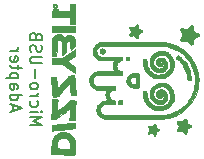
<source format=gbr>
G04 #@! TF.GenerationSoftware,KiCad,Pcbnew,(5.0.2)-1*
G04 #@! TF.CreationDate,2019-10-04T12:42:43+03:00*
G04 #@! TF.ProjectId,Micro-USB-UART,4d696372-6f2d-4555-9342-2d554152542e,rev?*
G04 #@! TF.SameCoordinates,Original*
G04 #@! TF.FileFunction,Legend,Bot*
G04 #@! TF.FilePolarity,Positive*
%FSLAX46Y46*%
G04 Gerber Fmt 4.6, Leading zero omitted, Abs format (unit mm)*
G04 Created by KiCad (PCBNEW (5.0.2)-1) date 04.10.2019 12:42:43*
%MOMM*%
%LPD*%
G01*
G04 APERTURE LIST*
%ADD10C,0.200000*%
%ADD11C,0.010000*%
G04 APERTURE END LIST*
D10*
X76242019Y-118034901D02*
X77242019Y-118034901D01*
X76527733Y-117701568D01*
X77242019Y-117368234D01*
X76242019Y-117368234D01*
X76242019Y-116892044D02*
X76908685Y-116892044D01*
X77242019Y-116892044D02*
X77194400Y-116939663D01*
X77146780Y-116892044D01*
X77194400Y-116844425D01*
X77242019Y-116892044D01*
X77146780Y-116892044D01*
X76289638Y-115987282D02*
X76242019Y-116082520D01*
X76242019Y-116272996D01*
X76289638Y-116368234D01*
X76337257Y-116415853D01*
X76432495Y-116463472D01*
X76718209Y-116463472D01*
X76813447Y-116415853D01*
X76861066Y-116368234D01*
X76908685Y-116272996D01*
X76908685Y-116082520D01*
X76861066Y-115987282D01*
X76242019Y-115558710D02*
X76908685Y-115558710D01*
X76718209Y-115558710D02*
X76813447Y-115511091D01*
X76861066Y-115463472D01*
X76908685Y-115368234D01*
X76908685Y-115272996D01*
X76242019Y-114796806D02*
X76289638Y-114892044D01*
X76337257Y-114939663D01*
X76432495Y-114987282D01*
X76718209Y-114987282D01*
X76813447Y-114939663D01*
X76861066Y-114892044D01*
X76908685Y-114796806D01*
X76908685Y-114653949D01*
X76861066Y-114558710D01*
X76813447Y-114511091D01*
X76718209Y-114463472D01*
X76432495Y-114463472D01*
X76337257Y-114511091D01*
X76289638Y-114558710D01*
X76242019Y-114653949D01*
X76242019Y-114796806D01*
X76622971Y-114034901D02*
X76622971Y-113272996D01*
X77242019Y-112796806D02*
X76432495Y-112796806D01*
X76337257Y-112749187D01*
X76289638Y-112701568D01*
X76242019Y-112606329D01*
X76242019Y-112415853D01*
X76289638Y-112320615D01*
X76337257Y-112272996D01*
X76432495Y-112225377D01*
X77242019Y-112225377D01*
X76289638Y-111796806D02*
X76242019Y-111653949D01*
X76242019Y-111415853D01*
X76289638Y-111320615D01*
X76337257Y-111272996D01*
X76432495Y-111225377D01*
X76527733Y-111225377D01*
X76622971Y-111272996D01*
X76670590Y-111320615D01*
X76718209Y-111415853D01*
X76765828Y-111606329D01*
X76813447Y-111701568D01*
X76861066Y-111749187D01*
X76956304Y-111796806D01*
X77051542Y-111796806D01*
X77146780Y-111749187D01*
X77194400Y-111701568D01*
X77242019Y-111606329D01*
X77242019Y-111368234D01*
X77194400Y-111225377D01*
X76765828Y-110463472D02*
X76718209Y-110320615D01*
X76670590Y-110272996D01*
X76575352Y-110225377D01*
X76432495Y-110225377D01*
X76337257Y-110272996D01*
X76289638Y-110320615D01*
X76242019Y-110415853D01*
X76242019Y-110796806D01*
X77242019Y-110796806D01*
X77242019Y-110463472D01*
X77194400Y-110368234D01*
X77146780Y-110320615D01*
X77051542Y-110272996D01*
X76956304Y-110272996D01*
X76861066Y-110320615D01*
X76813447Y-110368234D01*
X76765828Y-110463472D01*
X76765828Y-110796806D01*
X74827733Y-116772996D02*
X74827733Y-116296806D01*
X74542019Y-116868234D02*
X75542019Y-116534901D01*
X74542019Y-116201568D01*
X74542019Y-115439663D02*
X75542019Y-115439663D01*
X74589638Y-115439663D02*
X74542019Y-115534901D01*
X74542019Y-115725377D01*
X74589638Y-115820615D01*
X74637257Y-115868234D01*
X74732495Y-115915853D01*
X75018209Y-115915853D01*
X75113447Y-115868234D01*
X75161066Y-115820615D01*
X75208685Y-115725377D01*
X75208685Y-115534901D01*
X75161066Y-115439663D01*
X74542019Y-114534901D02*
X75065828Y-114534901D01*
X75161066Y-114582520D01*
X75208685Y-114677758D01*
X75208685Y-114868234D01*
X75161066Y-114963472D01*
X74589638Y-114534901D02*
X74542019Y-114630139D01*
X74542019Y-114868234D01*
X74589638Y-114963472D01*
X74684876Y-115011091D01*
X74780114Y-115011091D01*
X74875352Y-114963472D01*
X74922971Y-114868234D01*
X74922971Y-114630139D01*
X74970590Y-114534901D01*
X75208685Y-114058710D02*
X74208685Y-114058710D01*
X75161066Y-114058710D02*
X75208685Y-113963472D01*
X75208685Y-113772996D01*
X75161066Y-113677758D01*
X75113447Y-113630139D01*
X75018209Y-113582520D01*
X74732495Y-113582520D01*
X74637257Y-113630139D01*
X74589638Y-113677758D01*
X74542019Y-113772996D01*
X74542019Y-113963472D01*
X74589638Y-114058710D01*
X75208685Y-113296806D02*
X75208685Y-112915853D01*
X75542019Y-113153949D02*
X74684876Y-113153949D01*
X74589638Y-113106329D01*
X74542019Y-113011091D01*
X74542019Y-112915853D01*
X74589638Y-112201568D02*
X74542019Y-112296806D01*
X74542019Y-112487282D01*
X74589638Y-112582520D01*
X74684876Y-112630139D01*
X75065828Y-112630139D01*
X75161066Y-112582520D01*
X75208685Y-112487282D01*
X75208685Y-112296806D01*
X75161066Y-112201568D01*
X75065828Y-112153949D01*
X74970590Y-112153949D01*
X74875352Y-112630139D01*
X74542019Y-111725377D02*
X75208685Y-111725377D01*
X75018209Y-111725377D02*
X75113447Y-111677758D01*
X75161066Y-111630139D01*
X75208685Y-111534901D01*
X75208685Y-111439663D01*
D11*
G04 #@! TO.C,U1*
G36*
X80053260Y-119572618D02*
X80050383Y-119499555D01*
X80044613Y-119434819D01*
X80035822Y-119376523D01*
X80023885Y-119322778D01*
X80008675Y-119271697D01*
X79990066Y-119221394D01*
X79967931Y-119169981D01*
X79963942Y-119161281D01*
X79905379Y-119055262D01*
X79830975Y-118953839D01*
X79744413Y-118861124D01*
X79649381Y-118781229D01*
X79584319Y-118737822D01*
X79492932Y-118691176D01*
X79388750Y-118651736D01*
X79277958Y-118621184D01*
X79166741Y-118601204D01*
X79061285Y-118593481D01*
X79053892Y-118593443D01*
X78933091Y-118601952D01*
X78809450Y-118626402D01*
X78688272Y-118665170D01*
X78574857Y-118716637D01*
X78496154Y-118763901D01*
X78430411Y-118815790D01*
X78363255Y-118881692D01*
X78298907Y-118956673D01*
X78241590Y-119035799D01*
X78195525Y-119114136D01*
X78194175Y-119116789D01*
X78171663Y-119162768D01*
X78152288Y-119206394D01*
X78135661Y-119249787D01*
X78121393Y-119295069D01*
X78109096Y-119344361D01*
X78098382Y-119399784D01*
X78088862Y-119463459D01*
X78080148Y-119537507D01*
X78071852Y-119624050D01*
X78063586Y-119725209D01*
X78054960Y-119843104D01*
X78051150Y-119897918D01*
X78044790Y-119989972D01*
X78038684Y-120077420D01*
X78032997Y-120157965D01*
X78027894Y-120229310D01*
X78023541Y-120289157D01*
X78020101Y-120335208D01*
X78017742Y-120365167D01*
X78016933Y-120374259D01*
X78012264Y-120420678D01*
X78053739Y-120426094D01*
X78071857Y-120427850D01*
X78107365Y-120430728D01*
X78158635Y-120434618D01*
X78224040Y-120439410D01*
X78301953Y-120444995D01*
X78390747Y-120451264D01*
X78488793Y-120458108D01*
X78594465Y-120465417D01*
X78706136Y-120473081D01*
X78822178Y-120480992D01*
X78940964Y-120489040D01*
X79060867Y-120497116D01*
X79180259Y-120505111D01*
X79297513Y-120512914D01*
X79411002Y-120520417D01*
X79519098Y-120527510D01*
X79567736Y-120530673D01*
X79567736Y-120044326D01*
X79539822Y-120043289D01*
X79496526Y-120041151D01*
X79440017Y-120038050D01*
X79372462Y-120034124D01*
X79296031Y-120029512D01*
X79212890Y-120024351D01*
X79125209Y-120018778D01*
X79035157Y-120012931D01*
X78944900Y-120006949D01*
X78856608Y-120000970D01*
X78772449Y-119995130D01*
X78694591Y-119989568D01*
X78625203Y-119984421D01*
X78566453Y-119979828D01*
X78566291Y-119979815D01*
X78493787Y-119973939D01*
X78499481Y-119908750D01*
X78502225Y-119875127D01*
X78505871Y-119827325D01*
X78510008Y-119770885D01*
X78514225Y-119711349D01*
X78515674Y-119690369D01*
X78522413Y-119606918D01*
X78530489Y-119539329D01*
X78540747Y-119483702D01*
X78554030Y-119436138D01*
X78571184Y-119392739D01*
X78587051Y-119360662D01*
X78640305Y-119280641D01*
X78706887Y-119214089D01*
X78785004Y-119161745D01*
X78872859Y-119124349D01*
X78968658Y-119102642D01*
X79070606Y-119097363D01*
X79176908Y-119109254D01*
X79190152Y-119111929D01*
X79285219Y-119141566D01*
X79371740Y-119187336D01*
X79447789Y-119247272D01*
X79511442Y-119319406D01*
X79560774Y-119401770D01*
X79593860Y-119492399D01*
X79602639Y-119533573D01*
X79606486Y-119561939D01*
X79608614Y-119593576D01*
X79608979Y-119631740D01*
X79607541Y-119679690D01*
X79604254Y-119740684D01*
X79599078Y-119817979D01*
X79598866Y-119820967D01*
X79594133Y-119884526D01*
X79589504Y-119941257D01*
X79585249Y-119988262D01*
X79581637Y-120022638D01*
X79578938Y-120041487D01*
X79578099Y-120044126D01*
X79567736Y-120044326D01*
X79567736Y-120530673D01*
X79620174Y-120534084D01*
X79712603Y-120540030D01*
X79794757Y-120545239D01*
X79865010Y-120549600D01*
X79921733Y-120553005D01*
X79963300Y-120555344D01*
X79988083Y-120556508D01*
X79994734Y-120556518D01*
X79996240Y-120546143D01*
X79998942Y-120518088D01*
X80002677Y-120474390D01*
X80007285Y-120417088D01*
X80012602Y-120348222D01*
X80018469Y-120269830D01*
X80024722Y-120183950D01*
X80028649Y-120128886D01*
X80038350Y-119985880D01*
X80045787Y-119860638D01*
X80050836Y-119751272D01*
X80053369Y-119655894D01*
X80053260Y-119572618D01*
X80053260Y-119572618D01*
G37*
X80053260Y-119572618D02*
X80050383Y-119499555D01*
X80044613Y-119434819D01*
X80035822Y-119376523D01*
X80023885Y-119322778D01*
X80008675Y-119271697D01*
X79990066Y-119221394D01*
X79967931Y-119169981D01*
X79963942Y-119161281D01*
X79905379Y-119055262D01*
X79830975Y-118953839D01*
X79744413Y-118861124D01*
X79649381Y-118781229D01*
X79584319Y-118737822D01*
X79492932Y-118691176D01*
X79388750Y-118651736D01*
X79277958Y-118621184D01*
X79166741Y-118601204D01*
X79061285Y-118593481D01*
X79053892Y-118593443D01*
X78933091Y-118601952D01*
X78809450Y-118626402D01*
X78688272Y-118665170D01*
X78574857Y-118716637D01*
X78496154Y-118763901D01*
X78430411Y-118815790D01*
X78363255Y-118881692D01*
X78298907Y-118956673D01*
X78241590Y-119035799D01*
X78195525Y-119114136D01*
X78194175Y-119116789D01*
X78171663Y-119162768D01*
X78152288Y-119206394D01*
X78135661Y-119249787D01*
X78121393Y-119295069D01*
X78109096Y-119344361D01*
X78098382Y-119399784D01*
X78088862Y-119463459D01*
X78080148Y-119537507D01*
X78071852Y-119624050D01*
X78063586Y-119725209D01*
X78054960Y-119843104D01*
X78051150Y-119897918D01*
X78044790Y-119989972D01*
X78038684Y-120077420D01*
X78032997Y-120157965D01*
X78027894Y-120229310D01*
X78023541Y-120289157D01*
X78020101Y-120335208D01*
X78017742Y-120365167D01*
X78016933Y-120374259D01*
X78012264Y-120420678D01*
X78053739Y-120426094D01*
X78071857Y-120427850D01*
X78107365Y-120430728D01*
X78158635Y-120434618D01*
X78224040Y-120439410D01*
X78301953Y-120444995D01*
X78390747Y-120451264D01*
X78488793Y-120458108D01*
X78594465Y-120465417D01*
X78706136Y-120473081D01*
X78822178Y-120480992D01*
X78940964Y-120489040D01*
X79060867Y-120497116D01*
X79180259Y-120505111D01*
X79297513Y-120512914D01*
X79411002Y-120520417D01*
X79519098Y-120527510D01*
X79567736Y-120530673D01*
X79567736Y-120044326D01*
X79539822Y-120043289D01*
X79496526Y-120041151D01*
X79440017Y-120038050D01*
X79372462Y-120034124D01*
X79296031Y-120029512D01*
X79212890Y-120024351D01*
X79125209Y-120018778D01*
X79035157Y-120012931D01*
X78944900Y-120006949D01*
X78856608Y-120000970D01*
X78772449Y-119995130D01*
X78694591Y-119989568D01*
X78625203Y-119984421D01*
X78566453Y-119979828D01*
X78566291Y-119979815D01*
X78493787Y-119973939D01*
X78499481Y-119908750D01*
X78502225Y-119875127D01*
X78505871Y-119827325D01*
X78510008Y-119770885D01*
X78514225Y-119711349D01*
X78515674Y-119690369D01*
X78522413Y-119606918D01*
X78530489Y-119539329D01*
X78540747Y-119483702D01*
X78554030Y-119436138D01*
X78571184Y-119392739D01*
X78587051Y-119360662D01*
X78640305Y-119280641D01*
X78706887Y-119214089D01*
X78785004Y-119161745D01*
X78872859Y-119124349D01*
X78968658Y-119102642D01*
X79070606Y-119097363D01*
X79176908Y-119109254D01*
X79190152Y-119111929D01*
X79285219Y-119141566D01*
X79371740Y-119187336D01*
X79447789Y-119247272D01*
X79511442Y-119319406D01*
X79560774Y-119401770D01*
X79593860Y-119492399D01*
X79602639Y-119533573D01*
X79606486Y-119561939D01*
X79608614Y-119593576D01*
X79608979Y-119631740D01*
X79607541Y-119679690D01*
X79604254Y-119740684D01*
X79599078Y-119817979D01*
X79598866Y-119820967D01*
X79594133Y-119884526D01*
X79589504Y-119941257D01*
X79585249Y-119988262D01*
X79581637Y-120022638D01*
X79578938Y-120041487D01*
X79578099Y-120044126D01*
X79567736Y-120044326D01*
X79567736Y-120530673D01*
X79620174Y-120534084D01*
X79712603Y-120540030D01*
X79794757Y-120545239D01*
X79865010Y-120549600D01*
X79921733Y-120553005D01*
X79963300Y-120555344D01*
X79988083Y-120556508D01*
X79994734Y-120556518D01*
X79996240Y-120546143D01*
X79998942Y-120518088D01*
X80002677Y-120474390D01*
X80007285Y-120417088D01*
X80012602Y-120348222D01*
X80018469Y-120269830D01*
X80024722Y-120183950D01*
X80028649Y-120128886D01*
X80038350Y-119985880D01*
X80045787Y-119860638D01*
X80050836Y-119751272D01*
X80053369Y-119655894D01*
X80053260Y-119572618D01*
G36*
X80125797Y-115398793D02*
X80123574Y-115368261D01*
X80120004Y-115321842D01*
X80115235Y-115261309D01*
X80109412Y-115188439D01*
X80102683Y-115105004D01*
X80095195Y-115012781D01*
X80087094Y-114913543D01*
X80078528Y-114809066D01*
X80069643Y-114701125D01*
X80060587Y-114591494D01*
X80051506Y-114481947D01*
X80042546Y-114374261D01*
X80033856Y-114270209D01*
X80025581Y-114171566D01*
X80017870Y-114080107D01*
X80010867Y-113997606D01*
X80004721Y-113925839D01*
X79999579Y-113866581D01*
X79995586Y-113821605D01*
X79992891Y-113792687D01*
X79991640Y-113781602D01*
X79991617Y-113781546D01*
X79981440Y-113781273D01*
X79954411Y-113782490D01*
X79913372Y-113785014D01*
X79861167Y-113788664D01*
X79800640Y-113793258D01*
X79770247Y-113795682D01*
X79551537Y-113813388D01*
X79494339Y-113873377D01*
X79470268Y-113898992D01*
X79434864Y-113937182D01*
X79389697Y-113986219D01*
X79336337Y-114044376D01*
X79276357Y-114109924D01*
X79211327Y-114181136D01*
X79142817Y-114256283D01*
X79072400Y-114333638D01*
X79001646Y-114411472D01*
X78932127Y-114488059D01*
X78865412Y-114561669D01*
X78803074Y-114630575D01*
X78746683Y-114693050D01*
X78697811Y-114747364D01*
X78658028Y-114791791D01*
X78628905Y-114824603D01*
X78615518Y-114839950D01*
X78539962Y-114927927D01*
X78533197Y-114835860D01*
X78525829Y-114737133D01*
X78518069Y-114635967D01*
X78510084Y-114534311D01*
X78502040Y-114434114D01*
X78494102Y-114337323D01*
X78486437Y-114245889D01*
X78479211Y-114161760D01*
X78472590Y-114086885D01*
X78466740Y-114023213D01*
X78461827Y-113972693D01*
X78458016Y-113937273D01*
X78455475Y-113918903D01*
X78454896Y-113916828D01*
X78445346Y-113913354D01*
X78421476Y-113912132D01*
X78381957Y-113913196D01*
X78325457Y-113916582D01*
X78251981Y-113922215D01*
X78190410Y-113927174D01*
X78134456Y-113931513D01*
X78087536Y-113934981D01*
X78053066Y-113937326D01*
X78034461Y-113938296D01*
X78033445Y-113938308D01*
X78018069Y-113941490D01*
X78012526Y-113954857D01*
X78012366Y-113970427D01*
X78013359Y-113985089D01*
X78015891Y-114017910D01*
X78019833Y-114067352D01*
X78025060Y-114131877D01*
X78031445Y-114209947D01*
X78038861Y-114300025D01*
X78047184Y-114400573D01*
X78056285Y-114510054D01*
X78066039Y-114626929D01*
X78076319Y-114749661D01*
X78081115Y-114806777D01*
X78091587Y-114930851D01*
X78101660Y-115049173D01*
X78111204Y-115160274D01*
X78120087Y-115262684D01*
X78128181Y-115354934D01*
X78135355Y-115435556D01*
X78141478Y-115503080D01*
X78146421Y-115556037D01*
X78150054Y-115592958D01*
X78152245Y-115612374D01*
X78152755Y-115615055D01*
X78163341Y-115615425D01*
X78190763Y-115614223D01*
X78232170Y-115611638D01*
X78284711Y-115607854D01*
X78345535Y-115603058D01*
X78377562Y-115600389D01*
X78598321Y-115581674D01*
X78623500Y-115552013D01*
X78634365Y-115539574D01*
X78657197Y-115513716D01*
X78690812Y-115475773D01*
X78734023Y-115427080D01*
X78785644Y-115368972D01*
X78844489Y-115302785D01*
X78909371Y-115229852D01*
X78979106Y-115151509D01*
X79052506Y-115069091D01*
X79072168Y-115047020D01*
X79147388Y-114962418D01*
X79219982Y-114880432D01*
X79288662Y-114802542D01*
X79352135Y-114730227D01*
X79409110Y-114664967D01*
X79458296Y-114608242D01*
X79498402Y-114561532D01*
X79528136Y-114526316D01*
X79546208Y-114504074D01*
X79548142Y-114501538D01*
X79600626Y-114431386D01*
X79605938Y-114503582D01*
X79612115Y-114586254D01*
X79618908Y-114674936D01*
X79626146Y-114767558D01*
X79633655Y-114862053D01*
X79641264Y-114956353D01*
X79648800Y-115048390D01*
X79656090Y-115136095D01*
X79662961Y-115217402D01*
X79669242Y-115290242D01*
X79674760Y-115352547D01*
X79679343Y-115402250D01*
X79682817Y-115437281D01*
X79685011Y-115455574D01*
X79685522Y-115457783D01*
X79696324Y-115458398D01*
X79723936Y-115457482D01*
X79765473Y-115455202D01*
X79818053Y-115451726D01*
X79878791Y-115447220D01*
X79908248Y-115444882D01*
X79980483Y-115438848D01*
X80035257Y-115433748D01*
X80074832Y-115429239D01*
X80101474Y-115424975D01*
X80117445Y-115420612D01*
X80125009Y-115415806D01*
X80126527Y-115411661D01*
X80125797Y-115398793D01*
X80125797Y-115398793D01*
G37*
X80125797Y-115398793D02*
X80123574Y-115368261D01*
X80120004Y-115321842D01*
X80115235Y-115261309D01*
X80109412Y-115188439D01*
X80102683Y-115105004D01*
X80095195Y-115012781D01*
X80087094Y-114913543D01*
X80078528Y-114809066D01*
X80069643Y-114701125D01*
X80060587Y-114591494D01*
X80051506Y-114481947D01*
X80042546Y-114374261D01*
X80033856Y-114270209D01*
X80025581Y-114171566D01*
X80017870Y-114080107D01*
X80010867Y-113997606D01*
X80004721Y-113925839D01*
X79999579Y-113866581D01*
X79995586Y-113821605D01*
X79992891Y-113792687D01*
X79991640Y-113781602D01*
X79991617Y-113781546D01*
X79981440Y-113781273D01*
X79954411Y-113782490D01*
X79913372Y-113785014D01*
X79861167Y-113788664D01*
X79800640Y-113793258D01*
X79770247Y-113795682D01*
X79551537Y-113813388D01*
X79494339Y-113873377D01*
X79470268Y-113898992D01*
X79434864Y-113937182D01*
X79389697Y-113986219D01*
X79336337Y-114044376D01*
X79276357Y-114109924D01*
X79211327Y-114181136D01*
X79142817Y-114256283D01*
X79072400Y-114333638D01*
X79001646Y-114411472D01*
X78932127Y-114488059D01*
X78865412Y-114561669D01*
X78803074Y-114630575D01*
X78746683Y-114693050D01*
X78697811Y-114747364D01*
X78658028Y-114791791D01*
X78628905Y-114824603D01*
X78615518Y-114839950D01*
X78539962Y-114927927D01*
X78533197Y-114835860D01*
X78525829Y-114737133D01*
X78518069Y-114635967D01*
X78510084Y-114534311D01*
X78502040Y-114434114D01*
X78494102Y-114337323D01*
X78486437Y-114245889D01*
X78479211Y-114161760D01*
X78472590Y-114086885D01*
X78466740Y-114023213D01*
X78461827Y-113972693D01*
X78458016Y-113937273D01*
X78455475Y-113918903D01*
X78454896Y-113916828D01*
X78445346Y-113913354D01*
X78421476Y-113912132D01*
X78381957Y-113913196D01*
X78325457Y-113916582D01*
X78251981Y-113922215D01*
X78190410Y-113927174D01*
X78134456Y-113931513D01*
X78087536Y-113934981D01*
X78053066Y-113937326D01*
X78034461Y-113938296D01*
X78033445Y-113938308D01*
X78018069Y-113941490D01*
X78012526Y-113954857D01*
X78012366Y-113970427D01*
X78013359Y-113985089D01*
X78015891Y-114017910D01*
X78019833Y-114067352D01*
X78025060Y-114131877D01*
X78031445Y-114209947D01*
X78038861Y-114300025D01*
X78047184Y-114400573D01*
X78056285Y-114510054D01*
X78066039Y-114626929D01*
X78076319Y-114749661D01*
X78081115Y-114806777D01*
X78091587Y-114930851D01*
X78101660Y-115049173D01*
X78111204Y-115160274D01*
X78120087Y-115262684D01*
X78128181Y-115354934D01*
X78135355Y-115435556D01*
X78141478Y-115503080D01*
X78146421Y-115556037D01*
X78150054Y-115592958D01*
X78152245Y-115612374D01*
X78152755Y-115615055D01*
X78163341Y-115615425D01*
X78190763Y-115614223D01*
X78232170Y-115611638D01*
X78284711Y-115607854D01*
X78345535Y-115603058D01*
X78377562Y-115600389D01*
X78598321Y-115581674D01*
X78623500Y-115552013D01*
X78634365Y-115539574D01*
X78657197Y-115513716D01*
X78690812Y-115475773D01*
X78734023Y-115427080D01*
X78785644Y-115368972D01*
X78844489Y-115302785D01*
X78909371Y-115229852D01*
X78979106Y-115151509D01*
X79052506Y-115069091D01*
X79072168Y-115047020D01*
X79147388Y-114962418D01*
X79219982Y-114880432D01*
X79288662Y-114802542D01*
X79352135Y-114730227D01*
X79409110Y-114664967D01*
X79458296Y-114608242D01*
X79498402Y-114561532D01*
X79528136Y-114526316D01*
X79546208Y-114504074D01*
X79548142Y-114501538D01*
X79600626Y-114431386D01*
X79605938Y-114503582D01*
X79612115Y-114586254D01*
X79618908Y-114674936D01*
X79626146Y-114767558D01*
X79633655Y-114862053D01*
X79641264Y-114956353D01*
X79648800Y-115048390D01*
X79656090Y-115136095D01*
X79662961Y-115217402D01*
X79669242Y-115290242D01*
X79674760Y-115352547D01*
X79679343Y-115402250D01*
X79682817Y-115437281D01*
X79685011Y-115455574D01*
X79685522Y-115457783D01*
X79696324Y-115458398D01*
X79723936Y-115457482D01*
X79765473Y-115455202D01*
X79818053Y-115451726D01*
X79878791Y-115447220D01*
X79908248Y-115444882D01*
X79980483Y-115438848D01*
X80035257Y-115433748D01*
X80074832Y-115429239D01*
X80101474Y-115424975D01*
X80117445Y-115420612D01*
X80125009Y-115415806D01*
X80126527Y-115411661D01*
X80125797Y-115398793D01*
G36*
X80107408Y-115942831D02*
X80107264Y-115942292D01*
X80095929Y-115939617D01*
X80067785Y-115936180D01*
X80025763Y-115932245D01*
X79972794Y-115928075D01*
X79911810Y-115923933D01*
X79883908Y-115922230D01*
X79666980Y-115909427D01*
X79187479Y-116304367D01*
X79099999Y-116376483D01*
X79014508Y-116447080D01*
X78932667Y-116514777D01*
X78856136Y-116578197D01*
X78786577Y-116635960D01*
X78725649Y-116686688D01*
X78675013Y-116729001D01*
X78636331Y-116761520D01*
X78611285Y-116782847D01*
X78574981Y-116813729D01*
X78544368Y-116838856D01*
X78522326Y-116855933D01*
X78511734Y-116862661D01*
X78511269Y-116862599D01*
X78510698Y-116851616D01*
X78512441Y-116826578D01*
X78515926Y-116794571D01*
X78518460Y-116769172D01*
X78521768Y-116728370D01*
X78525712Y-116674505D01*
X78530152Y-116609916D01*
X78534950Y-116536941D01*
X78539969Y-116457919D01*
X78545070Y-116375188D01*
X78550114Y-116291089D01*
X78554963Y-116207959D01*
X78559480Y-116128137D01*
X78563524Y-116053962D01*
X78566959Y-115987773D01*
X78569646Y-115931909D01*
X78571447Y-115888708D01*
X78572222Y-115860509D01*
X78571835Y-115849651D01*
X78571816Y-115849628D01*
X78561092Y-115847710D01*
X78534134Y-115845005D01*
X78494409Y-115841732D01*
X78445382Y-115838111D01*
X78390519Y-115834361D01*
X78333288Y-115830700D01*
X78277152Y-115827347D01*
X78225579Y-115824522D01*
X78182035Y-115822444D01*
X78149986Y-115821331D01*
X78132897Y-115821403D01*
X78131059Y-115821775D01*
X78130038Y-115831768D01*
X78127968Y-115859726D01*
X78124956Y-115903881D01*
X78121109Y-115962465D01*
X78116533Y-116033712D01*
X78111337Y-116115852D01*
X78105627Y-116207118D01*
X78099510Y-116305743D01*
X78093095Y-116409958D01*
X78086487Y-116517997D01*
X78079794Y-116628090D01*
X78073124Y-116738471D01*
X78066583Y-116847372D01*
X78060278Y-116953025D01*
X78054317Y-117053662D01*
X78048807Y-117147515D01*
X78043856Y-117232817D01*
X78039569Y-117307800D01*
X78036055Y-117370696D01*
X78033421Y-117419738D01*
X78031773Y-117453157D01*
X78031222Y-117468499D01*
X78033202Y-117485537D01*
X78043140Y-117494483D01*
X78066404Y-117499421D01*
X78072978Y-117500268D01*
X78096491Y-117502514D01*
X78135615Y-117505514D01*
X78186223Y-117508984D01*
X78244186Y-117512639D01*
X78295287Y-117515628D01*
X78475593Y-117525792D01*
X78987116Y-117093880D01*
X79075822Y-117018835D01*
X79161641Y-116945955D01*
X79243117Y-116876493D01*
X79318795Y-116811703D01*
X79387218Y-116752839D01*
X79446931Y-116701156D01*
X79496477Y-116657906D01*
X79534401Y-116624344D01*
X79559247Y-116601724D01*
X79565352Y-116595868D01*
X79592416Y-116568960D01*
X79611592Y-116551433D01*
X79623894Y-116544906D01*
X79630339Y-116551000D01*
X79631940Y-116571334D01*
X79629714Y-116607528D01*
X79624675Y-116661200D01*
X79622224Y-116686610D01*
X79619120Y-116723078D01*
X79615265Y-116774639D01*
X79610831Y-116838404D01*
X79605992Y-116911483D01*
X79600921Y-116990985D01*
X79595791Y-117074021D01*
X79590774Y-117157701D01*
X79586045Y-117239135D01*
X79581776Y-117315433D01*
X79578141Y-117383706D01*
X79575312Y-117441062D01*
X79573462Y-117484614D01*
X79572765Y-117511470D01*
X79572764Y-117512275D01*
X79572764Y-117562309D01*
X79790892Y-117574722D01*
X79854396Y-117578157D01*
X79910979Y-117580874D01*
X79957763Y-117582765D01*
X79991872Y-117583719D01*
X80010431Y-117583626D01*
X80012945Y-117583210D01*
X80014442Y-117572653D01*
X80016887Y-117544145D01*
X80020177Y-117499465D01*
X80024211Y-117440390D01*
X80028886Y-117368700D01*
X80034099Y-117286171D01*
X80039750Y-117194584D01*
X80045735Y-117095715D01*
X80051952Y-116991342D01*
X80058299Y-116883246D01*
X80064675Y-116773202D01*
X80070975Y-116662991D01*
X80077100Y-116554389D01*
X80082945Y-116449175D01*
X80088410Y-116349128D01*
X80093391Y-116256026D01*
X80097787Y-116171646D01*
X80101495Y-116097768D01*
X80104414Y-116036169D01*
X80106440Y-115988628D01*
X80107472Y-115956922D01*
X80107408Y-115942831D01*
X80107408Y-115942831D01*
G37*
X80107408Y-115942831D02*
X80107264Y-115942292D01*
X80095929Y-115939617D01*
X80067785Y-115936180D01*
X80025763Y-115932245D01*
X79972794Y-115928075D01*
X79911810Y-115923933D01*
X79883908Y-115922230D01*
X79666980Y-115909427D01*
X79187479Y-116304367D01*
X79099999Y-116376483D01*
X79014508Y-116447080D01*
X78932667Y-116514777D01*
X78856136Y-116578197D01*
X78786577Y-116635960D01*
X78725649Y-116686688D01*
X78675013Y-116729001D01*
X78636331Y-116761520D01*
X78611285Y-116782847D01*
X78574981Y-116813729D01*
X78544368Y-116838856D01*
X78522326Y-116855933D01*
X78511734Y-116862661D01*
X78511269Y-116862599D01*
X78510698Y-116851616D01*
X78512441Y-116826578D01*
X78515926Y-116794571D01*
X78518460Y-116769172D01*
X78521768Y-116728370D01*
X78525712Y-116674505D01*
X78530152Y-116609916D01*
X78534950Y-116536941D01*
X78539969Y-116457919D01*
X78545070Y-116375188D01*
X78550114Y-116291089D01*
X78554963Y-116207959D01*
X78559480Y-116128137D01*
X78563524Y-116053962D01*
X78566959Y-115987773D01*
X78569646Y-115931909D01*
X78571447Y-115888708D01*
X78572222Y-115860509D01*
X78571835Y-115849651D01*
X78571816Y-115849628D01*
X78561092Y-115847710D01*
X78534134Y-115845005D01*
X78494409Y-115841732D01*
X78445382Y-115838111D01*
X78390519Y-115834361D01*
X78333288Y-115830700D01*
X78277152Y-115827347D01*
X78225579Y-115824522D01*
X78182035Y-115822444D01*
X78149986Y-115821331D01*
X78132897Y-115821403D01*
X78131059Y-115821775D01*
X78130038Y-115831768D01*
X78127968Y-115859726D01*
X78124956Y-115903881D01*
X78121109Y-115962465D01*
X78116533Y-116033712D01*
X78111337Y-116115852D01*
X78105627Y-116207118D01*
X78099510Y-116305743D01*
X78093095Y-116409958D01*
X78086487Y-116517997D01*
X78079794Y-116628090D01*
X78073124Y-116738471D01*
X78066583Y-116847372D01*
X78060278Y-116953025D01*
X78054317Y-117053662D01*
X78048807Y-117147515D01*
X78043856Y-117232817D01*
X78039569Y-117307800D01*
X78036055Y-117370696D01*
X78033421Y-117419738D01*
X78031773Y-117453157D01*
X78031222Y-117468499D01*
X78033202Y-117485537D01*
X78043140Y-117494483D01*
X78066404Y-117499421D01*
X78072978Y-117500268D01*
X78096491Y-117502514D01*
X78135615Y-117505514D01*
X78186223Y-117508984D01*
X78244186Y-117512639D01*
X78295287Y-117515628D01*
X78475593Y-117525792D01*
X78987116Y-117093880D01*
X79075822Y-117018835D01*
X79161641Y-116945955D01*
X79243117Y-116876493D01*
X79318795Y-116811703D01*
X79387218Y-116752839D01*
X79446931Y-116701156D01*
X79496477Y-116657906D01*
X79534401Y-116624344D01*
X79559247Y-116601724D01*
X79565352Y-116595868D01*
X79592416Y-116568960D01*
X79611592Y-116551433D01*
X79623894Y-116544906D01*
X79630339Y-116551000D01*
X79631940Y-116571334D01*
X79629714Y-116607528D01*
X79624675Y-116661200D01*
X79622224Y-116686610D01*
X79619120Y-116723078D01*
X79615265Y-116774639D01*
X79610831Y-116838404D01*
X79605992Y-116911483D01*
X79600921Y-116990985D01*
X79595791Y-117074021D01*
X79590774Y-117157701D01*
X79586045Y-117239135D01*
X79581776Y-117315433D01*
X79578141Y-117383706D01*
X79575312Y-117441062D01*
X79573462Y-117484614D01*
X79572765Y-117511470D01*
X79572764Y-117512275D01*
X79572764Y-117562309D01*
X79790892Y-117574722D01*
X79854396Y-117578157D01*
X79910979Y-117580874D01*
X79957763Y-117582765D01*
X79991872Y-117583719D01*
X80010431Y-117583626D01*
X80012945Y-117583210D01*
X80014442Y-117572653D01*
X80016887Y-117544145D01*
X80020177Y-117499465D01*
X80024211Y-117440390D01*
X80028886Y-117368700D01*
X80034099Y-117286171D01*
X80039750Y-117194584D01*
X80045735Y-117095715D01*
X80051952Y-116991342D01*
X80058299Y-116883246D01*
X80064675Y-116773202D01*
X80070975Y-116662991D01*
X80077100Y-116554389D01*
X80082945Y-116449175D01*
X80088410Y-116349128D01*
X80093391Y-116256026D01*
X80097787Y-116171646D01*
X80101495Y-116097768D01*
X80104414Y-116036169D01*
X80106440Y-115988628D01*
X80107472Y-115956922D01*
X80107408Y-115942831D01*
G36*
X80077525Y-118240601D02*
X80074657Y-118200733D01*
X80070616Y-118151194D01*
X80065713Y-118095312D01*
X80060264Y-118036414D01*
X80054582Y-117977828D01*
X80048981Y-117922880D01*
X80043774Y-117874900D01*
X80039275Y-117837213D01*
X80035797Y-117813147D01*
X80033978Y-117805954D01*
X80024069Y-117806605D01*
X79996120Y-117809144D01*
X79951748Y-117813405D01*
X79892572Y-117819221D01*
X79820212Y-117826425D01*
X79736284Y-117834851D01*
X79642408Y-117844333D01*
X79540203Y-117854704D01*
X79431286Y-117865798D01*
X79317277Y-117877447D01*
X79199794Y-117889486D01*
X79080455Y-117901748D01*
X78960880Y-117914066D01*
X78842686Y-117926274D01*
X78727492Y-117938206D01*
X78616917Y-117949694D01*
X78512579Y-117960573D01*
X78416097Y-117970675D01*
X78329090Y-117979835D01*
X78253175Y-117987885D01*
X78189972Y-117994660D01*
X78141099Y-117999992D01*
X78108174Y-118003715D01*
X78092817Y-118005663D01*
X78092745Y-118005675D01*
X78081554Y-118007621D01*
X78073001Y-118010701D01*
X78067016Y-118017139D01*
X78063529Y-118029160D01*
X78062471Y-118048990D01*
X78063773Y-118078851D01*
X78067364Y-118120970D01*
X78073175Y-118177570D01*
X78081137Y-118250876D01*
X78084200Y-118278885D01*
X78091002Y-118338797D01*
X78097516Y-118391837D01*
X78103321Y-118434924D01*
X78108000Y-118464978D01*
X78111134Y-118478916D01*
X78111447Y-118479428D01*
X78121869Y-118479273D01*
X78150335Y-118477194D01*
X78195230Y-118473354D01*
X78254942Y-118467918D01*
X78327859Y-118461052D01*
X78412366Y-118452921D01*
X78506851Y-118443691D01*
X78609702Y-118433525D01*
X78719304Y-118422590D01*
X78834046Y-118411051D01*
X78952315Y-118399072D01*
X79072497Y-118386819D01*
X79192979Y-118374457D01*
X79312150Y-118362151D01*
X79428394Y-118350067D01*
X79540101Y-118338369D01*
X79645656Y-118327223D01*
X79743448Y-118316793D01*
X79831862Y-118307246D01*
X79909287Y-118298745D01*
X79974109Y-118291457D01*
X80024714Y-118285546D01*
X80059492Y-118281178D01*
X80076827Y-118278518D01*
X80078482Y-118278015D01*
X80078904Y-118267471D01*
X80077525Y-118240601D01*
X80077525Y-118240601D01*
G37*
X80077525Y-118240601D02*
X80074657Y-118200733D01*
X80070616Y-118151194D01*
X80065713Y-118095312D01*
X80060264Y-118036414D01*
X80054582Y-117977828D01*
X80048981Y-117922880D01*
X80043774Y-117874900D01*
X80039275Y-117837213D01*
X80035797Y-117813147D01*
X80033978Y-117805954D01*
X80024069Y-117806605D01*
X79996120Y-117809144D01*
X79951748Y-117813405D01*
X79892572Y-117819221D01*
X79820212Y-117826425D01*
X79736284Y-117834851D01*
X79642408Y-117844333D01*
X79540203Y-117854704D01*
X79431286Y-117865798D01*
X79317277Y-117877447D01*
X79199794Y-117889486D01*
X79080455Y-117901748D01*
X78960880Y-117914066D01*
X78842686Y-117926274D01*
X78727492Y-117938206D01*
X78616917Y-117949694D01*
X78512579Y-117960573D01*
X78416097Y-117970675D01*
X78329090Y-117979835D01*
X78253175Y-117987885D01*
X78189972Y-117994660D01*
X78141099Y-117999992D01*
X78108174Y-118003715D01*
X78092817Y-118005663D01*
X78092745Y-118005675D01*
X78081554Y-118007621D01*
X78073001Y-118010701D01*
X78067016Y-118017139D01*
X78063529Y-118029160D01*
X78062471Y-118048990D01*
X78063773Y-118078851D01*
X78067364Y-118120970D01*
X78073175Y-118177570D01*
X78081137Y-118250876D01*
X78084200Y-118278885D01*
X78091002Y-118338797D01*
X78097516Y-118391837D01*
X78103321Y-118434924D01*
X78108000Y-118464978D01*
X78111134Y-118478916D01*
X78111447Y-118479428D01*
X78121869Y-118479273D01*
X78150335Y-118477194D01*
X78195230Y-118473354D01*
X78254942Y-118467918D01*
X78327859Y-118461052D01*
X78412366Y-118452921D01*
X78506851Y-118443691D01*
X78609702Y-118433525D01*
X78719304Y-118422590D01*
X78834046Y-118411051D01*
X78952315Y-118399072D01*
X79072497Y-118386819D01*
X79192979Y-118374457D01*
X79312150Y-118362151D01*
X79428394Y-118350067D01*
X79540101Y-118338369D01*
X79645656Y-118327223D01*
X79743448Y-118316793D01*
X79831862Y-118307246D01*
X79909287Y-118298745D01*
X79974109Y-118291457D01*
X80024714Y-118285546D01*
X80059492Y-118281178D01*
X80076827Y-118278518D01*
X80078482Y-118278015D01*
X80078904Y-118267471D01*
X80077525Y-118240601D01*
G36*
X80076661Y-111798518D02*
X80076237Y-111735791D01*
X80075582Y-111682594D01*
X80074735Y-111641494D01*
X80073737Y-111615059D01*
X80072645Y-111605855D01*
X80063921Y-111611182D01*
X80040100Y-111626564D01*
X80002542Y-111651106D01*
X79952603Y-111683911D01*
X79891645Y-111724084D01*
X79821024Y-111770729D01*
X79742100Y-111822950D01*
X79656231Y-111879851D01*
X79564777Y-111940536D01*
X79516711Y-111972461D01*
X78964943Y-112339066D01*
X78522667Y-112332729D01*
X78080390Y-112326392D01*
X78080390Y-112443911D01*
X78079762Y-112506010D01*
X78078072Y-112577026D01*
X78075615Y-112646154D01*
X78073930Y-112681580D01*
X78071758Y-112727750D01*
X78070557Y-112765852D01*
X78070404Y-112792064D01*
X78071377Y-112802565D01*
X78071459Y-112802610D01*
X78081857Y-112802962D01*
X78110010Y-112803619D01*
X78153914Y-112804540D01*
X78211559Y-112805687D01*
X78280940Y-112807019D01*
X78360049Y-112808499D01*
X78446879Y-112810085D01*
X78515282Y-112811312D01*
X78955115Y-112819135D01*
X80042219Y-113591321D01*
X80049702Y-113535028D01*
X80051847Y-113508016D01*
X80053502Y-113465201D01*
X80054595Y-113410542D01*
X80055052Y-113348000D01*
X80054802Y-113281534D01*
X80054644Y-113266723D01*
X80052103Y-113054711D01*
X79726462Y-112825968D01*
X79655456Y-112775923D01*
X79589652Y-112729221D01*
X79530780Y-112687116D01*
X79480573Y-112650860D01*
X79440763Y-112621706D01*
X79413080Y-112600909D01*
X79399258Y-112589720D01*
X79398010Y-112588291D01*
X79405385Y-112581117D01*
X79427613Y-112564334D01*
X79462984Y-112539122D01*
X79509790Y-112506661D01*
X79566321Y-112468131D01*
X79630868Y-112424712D01*
X79701722Y-112377584D01*
X79736005Y-112354956D01*
X80076811Y-112130554D01*
X80076811Y-111868205D01*
X80076661Y-111798518D01*
X80076661Y-111798518D01*
G37*
X80076661Y-111798518D02*
X80076237Y-111735791D01*
X80075582Y-111682594D01*
X80074735Y-111641494D01*
X80073737Y-111615059D01*
X80072645Y-111605855D01*
X80063921Y-111611182D01*
X80040100Y-111626564D01*
X80002542Y-111651106D01*
X79952603Y-111683911D01*
X79891645Y-111724084D01*
X79821024Y-111770729D01*
X79742100Y-111822950D01*
X79656231Y-111879851D01*
X79564777Y-111940536D01*
X79516711Y-111972461D01*
X78964943Y-112339066D01*
X78522667Y-112332729D01*
X78080390Y-112326392D01*
X78080390Y-112443911D01*
X78079762Y-112506010D01*
X78078072Y-112577026D01*
X78075615Y-112646154D01*
X78073930Y-112681580D01*
X78071758Y-112727750D01*
X78070557Y-112765852D01*
X78070404Y-112792064D01*
X78071377Y-112802565D01*
X78071459Y-112802610D01*
X78081857Y-112802962D01*
X78110010Y-112803619D01*
X78153914Y-112804540D01*
X78211559Y-112805687D01*
X78280940Y-112807019D01*
X78360049Y-112808499D01*
X78446879Y-112810085D01*
X78515282Y-112811312D01*
X78955115Y-112819135D01*
X80042219Y-113591321D01*
X80049702Y-113535028D01*
X80051847Y-113508016D01*
X80053502Y-113465201D01*
X80054595Y-113410542D01*
X80055052Y-113348000D01*
X80054802Y-113281534D01*
X80054644Y-113266723D01*
X80052103Y-113054711D01*
X79726462Y-112825968D01*
X79655456Y-112775923D01*
X79589652Y-112729221D01*
X79530780Y-112687116D01*
X79480573Y-112650860D01*
X79440763Y-112621706D01*
X79413080Y-112600909D01*
X79399258Y-112589720D01*
X79398010Y-112588291D01*
X79405385Y-112581117D01*
X79427613Y-112564334D01*
X79462984Y-112539122D01*
X79509790Y-112506661D01*
X79566321Y-112468131D01*
X79630868Y-112424712D01*
X79701722Y-112377584D01*
X79736005Y-112354956D01*
X80076811Y-112130554D01*
X80076811Y-111868205D01*
X80076661Y-111798518D01*
G36*
X80065769Y-111035998D02*
X80062694Y-110955265D01*
X80057534Y-110893197D01*
X80052931Y-110862382D01*
X80023951Y-110755675D01*
X79980652Y-110660417D01*
X79924181Y-110577741D01*
X79855686Y-110508779D01*
X79776314Y-110454664D01*
X79687211Y-110416529D01*
X79589523Y-110395506D01*
X79579112Y-110394367D01*
X79495601Y-110395474D01*
X79411990Y-110413936D01*
X79332272Y-110447867D01*
X79260437Y-110495377D01*
X79200477Y-110554579D01*
X79179043Y-110583608D01*
X79149056Y-110628879D01*
X79122044Y-110571778D01*
X79095044Y-110526670D01*
X79056054Y-110477597D01*
X79029987Y-110449975D01*
X78949251Y-110382174D01*
X78862488Y-110333161D01*
X78770204Y-110303072D01*
X78672901Y-110292045D01*
X78571085Y-110300219D01*
X78521145Y-110310904D01*
X78420185Y-110346187D01*
X78331248Y-110397044D01*
X78254952Y-110462903D01*
X78191913Y-110543192D01*
X78142751Y-110637341D01*
X78128920Y-110673511D01*
X78119534Y-110700976D01*
X78111441Y-110726909D01*
X78104547Y-110752957D01*
X78098755Y-110780767D01*
X78093970Y-110811986D01*
X78090095Y-110848263D01*
X78087035Y-110891242D01*
X78084694Y-110942573D01*
X78082977Y-111003902D01*
X78081788Y-111076875D01*
X78081030Y-111163141D01*
X78080609Y-111264347D01*
X78080427Y-111382138D01*
X78080390Y-111508097D01*
X78080390Y-112139961D01*
X78280527Y-112137286D01*
X78480663Y-112134610D01*
X78485604Y-111541614D01*
X78490546Y-110948618D01*
X78515254Y-110904582D01*
X78539165Y-110871569D01*
X78570308Y-110840237D01*
X78582818Y-110830458D01*
X78606843Y-110814940D01*
X78628427Y-110805900D01*
X78654417Y-110801625D01*
X78691660Y-110800399D01*
X78703036Y-110800369D01*
X78744032Y-110801122D01*
X78772111Y-110804515D01*
X78794098Y-110812248D01*
X78816822Y-110826018D01*
X78822826Y-110830187D01*
X78862353Y-110867366D01*
X78892861Y-110912853D01*
X78920468Y-110965700D01*
X78920468Y-111527918D01*
X78920546Y-111631286D01*
X78920771Y-111728507D01*
X78921128Y-111817827D01*
X78921603Y-111897492D01*
X78922182Y-111965746D01*
X78922850Y-112020837D01*
X78923594Y-112061008D01*
X78924398Y-112084507D01*
X78925045Y-112090135D01*
X78934284Y-112084967D01*
X78957618Y-112070493D01*
X78992618Y-112048260D01*
X79036857Y-112019816D01*
X79087909Y-111986707D01*
X79112827Y-111970457D01*
X79296032Y-111850779D01*
X79296250Y-111439231D01*
X79296357Y-111331846D01*
X79296722Y-111242346D01*
X79297590Y-111168853D01*
X79299208Y-111109486D01*
X79301823Y-111062365D01*
X79305683Y-111025610D01*
X79311034Y-110997341D01*
X79318122Y-110975677D01*
X79327195Y-110958739D01*
X79338500Y-110944646D01*
X79352283Y-110931518D01*
X79364254Y-110921293D01*
X79414632Y-110890238D01*
X79467637Y-110877487D01*
X79520155Y-110882431D01*
X79569071Y-110904462D01*
X79611273Y-110942969D01*
X79632064Y-110973709D01*
X79639064Y-110986626D01*
X79644639Y-110999194D01*
X79648996Y-111013798D01*
X79652339Y-111032820D01*
X79654875Y-111058643D01*
X79656808Y-111093650D01*
X79658346Y-111140224D01*
X79659694Y-111200749D01*
X79661057Y-111277608D01*
X79661713Y-111317164D01*
X79666655Y-111616528D01*
X79866593Y-111475296D01*
X80066531Y-111334065D01*
X80066729Y-111134799D01*
X80065769Y-111035998D01*
X80065769Y-111035998D01*
G37*
X80065769Y-111035998D02*
X80062694Y-110955265D01*
X80057534Y-110893197D01*
X80052931Y-110862382D01*
X80023951Y-110755675D01*
X79980652Y-110660417D01*
X79924181Y-110577741D01*
X79855686Y-110508779D01*
X79776314Y-110454664D01*
X79687211Y-110416529D01*
X79589523Y-110395506D01*
X79579112Y-110394367D01*
X79495601Y-110395474D01*
X79411990Y-110413936D01*
X79332272Y-110447867D01*
X79260437Y-110495377D01*
X79200477Y-110554579D01*
X79179043Y-110583608D01*
X79149056Y-110628879D01*
X79122044Y-110571778D01*
X79095044Y-110526670D01*
X79056054Y-110477597D01*
X79029987Y-110449975D01*
X78949251Y-110382174D01*
X78862488Y-110333161D01*
X78770204Y-110303072D01*
X78672901Y-110292045D01*
X78571085Y-110300219D01*
X78521145Y-110310904D01*
X78420185Y-110346187D01*
X78331248Y-110397044D01*
X78254952Y-110462903D01*
X78191913Y-110543192D01*
X78142751Y-110637341D01*
X78128920Y-110673511D01*
X78119534Y-110700976D01*
X78111441Y-110726909D01*
X78104547Y-110752957D01*
X78098755Y-110780767D01*
X78093970Y-110811986D01*
X78090095Y-110848263D01*
X78087035Y-110891242D01*
X78084694Y-110942573D01*
X78082977Y-111003902D01*
X78081788Y-111076875D01*
X78081030Y-111163141D01*
X78080609Y-111264347D01*
X78080427Y-111382138D01*
X78080390Y-111508097D01*
X78080390Y-112139961D01*
X78280527Y-112137286D01*
X78480663Y-112134610D01*
X78485604Y-111541614D01*
X78490546Y-110948618D01*
X78515254Y-110904582D01*
X78539165Y-110871569D01*
X78570308Y-110840237D01*
X78582818Y-110830458D01*
X78606843Y-110814940D01*
X78628427Y-110805900D01*
X78654417Y-110801625D01*
X78691660Y-110800399D01*
X78703036Y-110800369D01*
X78744032Y-110801122D01*
X78772111Y-110804515D01*
X78794098Y-110812248D01*
X78816822Y-110826018D01*
X78822826Y-110830187D01*
X78862353Y-110867366D01*
X78892861Y-110912853D01*
X78920468Y-110965700D01*
X78920468Y-111527918D01*
X78920546Y-111631286D01*
X78920771Y-111728507D01*
X78921128Y-111817827D01*
X78921603Y-111897492D01*
X78922182Y-111965746D01*
X78922850Y-112020837D01*
X78923594Y-112061008D01*
X78924398Y-112084507D01*
X78925045Y-112090135D01*
X78934284Y-112084967D01*
X78957618Y-112070493D01*
X78992618Y-112048260D01*
X79036857Y-112019816D01*
X79087909Y-111986707D01*
X79112827Y-111970457D01*
X79296032Y-111850779D01*
X79296250Y-111439231D01*
X79296357Y-111331846D01*
X79296722Y-111242346D01*
X79297590Y-111168853D01*
X79299208Y-111109486D01*
X79301823Y-111062365D01*
X79305683Y-111025610D01*
X79311034Y-110997341D01*
X79318122Y-110975677D01*
X79327195Y-110958739D01*
X79338500Y-110944646D01*
X79352283Y-110931518D01*
X79364254Y-110921293D01*
X79414632Y-110890238D01*
X79467637Y-110877487D01*
X79520155Y-110882431D01*
X79569071Y-110904462D01*
X79611273Y-110942969D01*
X79632064Y-110973709D01*
X79639064Y-110986626D01*
X79644639Y-110999194D01*
X79648996Y-111013798D01*
X79652339Y-111032820D01*
X79654875Y-111058643D01*
X79656808Y-111093650D01*
X79658346Y-111140224D01*
X79659694Y-111200749D01*
X79661057Y-111277608D01*
X79661713Y-111317164D01*
X79666655Y-111616528D01*
X79866593Y-111475296D01*
X80066531Y-111334065D01*
X80066729Y-111134799D01*
X80065769Y-111035998D01*
G36*
X78080390Y-109629202D02*
X78080390Y-110113482D01*
X80066927Y-110113482D01*
X80066927Y-109629202D01*
X78080390Y-109629202D01*
X78080390Y-109629202D01*
G37*
X78080390Y-109629202D02*
X78080390Y-110113482D01*
X80066927Y-110113482D01*
X80066927Y-109629202D01*
X78080390Y-109629202D01*
G36*
X79612297Y-107751381D02*
X79612297Y-108354260D01*
X78080390Y-108354260D01*
X78080390Y-108828657D01*
X78220473Y-108828657D01*
X78220473Y-108551925D01*
X78189392Y-108543731D01*
X78168375Y-108522829D01*
X78159878Y-108494742D01*
X78166354Y-108464995D01*
X78175813Y-108451400D01*
X78201602Y-108436093D01*
X78232535Y-108435629D01*
X78259982Y-108449683D01*
X78275635Y-108475067D01*
X78276184Y-108503853D01*
X78263930Y-108530081D01*
X78241179Y-108547790D01*
X78220473Y-108551925D01*
X78220473Y-108828657D01*
X79612007Y-108828657D01*
X79617239Y-109426595D01*
X80061986Y-109426595D01*
X80064512Y-108588988D01*
X80067039Y-107751381D01*
X79612297Y-107751381D01*
X79612297Y-107751381D01*
G37*
X79612297Y-107751381D02*
X79612297Y-108354260D01*
X78080390Y-108354260D01*
X78080390Y-108828657D01*
X78220473Y-108828657D01*
X78220473Y-108551925D01*
X78189392Y-108543731D01*
X78168375Y-108522829D01*
X78159878Y-108494742D01*
X78166354Y-108464995D01*
X78175813Y-108451400D01*
X78201602Y-108436093D01*
X78232535Y-108435629D01*
X78259982Y-108449683D01*
X78275635Y-108475067D01*
X78276184Y-108503853D01*
X78263930Y-108530081D01*
X78241179Y-108547790D01*
X78220473Y-108551925D01*
X78220473Y-108828657D01*
X79612007Y-108828657D01*
X79617239Y-109426595D01*
X80061986Y-109426595D01*
X80064512Y-108588988D01*
X80067039Y-107751381D01*
X79612297Y-107751381D01*
G36*
X78483650Y-108223307D02*
X78480663Y-108171419D01*
X78154515Y-108171419D01*
X78151528Y-108223307D01*
X78148540Y-108275194D01*
X78486637Y-108275194D01*
X78483650Y-108223307D01*
X78483650Y-108223307D01*
G37*
X78483650Y-108223307D02*
X78480663Y-108171419D01*
X78154515Y-108171419D01*
X78151528Y-108223307D01*
X78148540Y-108275194D01*
X78486637Y-108275194D01*
X78483650Y-108223307D01*
G36*
X78493406Y-107909292D02*
X78484958Y-107852333D01*
X78465066Y-107809678D01*
X78432058Y-107778449D01*
X78410397Y-107766354D01*
X78368798Y-107754542D01*
X78319632Y-107752150D01*
X78270803Y-107758658D01*
X78230215Y-107773548D01*
X78222025Y-107778703D01*
X78187048Y-107814937D01*
X78163804Y-107862426D01*
X78153944Y-107915421D01*
X78159119Y-107968174D01*
X78163547Y-107982281D01*
X78191154Y-108031067D01*
X78230912Y-108066985D01*
X78279035Y-108088856D01*
X78331736Y-108095506D01*
X78332708Y-108095329D01*
X78332708Y-107984661D01*
X78299246Y-107983877D01*
X78295989Y-107983235D01*
X78262140Y-107969280D01*
X78238901Y-107947031D01*
X78229108Y-107920733D01*
X78235596Y-107894631D01*
X78236203Y-107893697D01*
X78260123Y-107874244D01*
X78298425Y-107862683D01*
X78332213Y-107860097D01*
X78366945Y-107863321D01*
X78391504Y-107875039D01*
X78402046Y-107884355D01*
X78420975Y-107906997D01*
X78425121Y-107926218D01*
X78416254Y-107949360D01*
X78398455Y-107965362D01*
X78368192Y-107977809D01*
X78332708Y-107984661D01*
X78332708Y-108095329D01*
X78385228Y-108085755D01*
X78427541Y-108064344D01*
X78464274Y-108030444D01*
X78485949Y-107987828D01*
X78493796Y-107933602D01*
X78493406Y-107909292D01*
X78493406Y-107909292D01*
G37*
X78493406Y-107909292D02*
X78484958Y-107852333D01*
X78465066Y-107809678D01*
X78432058Y-107778449D01*
X78410397Y-107766354D01*
X78368798Y-107754542D01*
X78319632Y-107752150D01*
X78270803Y-107758658D01*
X78230215Y-107773548D01*
X78222025Y-107778703D01*
X78187048Y-107814937D01*
X78163804Y-107862426D01*
X78153944Y-107915421D01*
X78159119Y-107968174D01*
X78163547Y-107982281D01*
X78191154Y-108031067D01*
X78230912Y-108066985D01*
X78279035Y-108088856D01*
X78331736Y-108095506D01*
X78332708Y-108095329D01*
X78332708Y-107984661D01*
X78299246Y-107983877D01*
X78295989Y-107983235D01*
X78262140Y-107969280D01*
X78238901Y-107947031D01*
X78229108Y-107920733D01*
X78235596Y-107894631D01*
X78236203Y-107893697D01*
X78260123Y-107874244D01*
X78298425Y-107862683D01*
X78332213Y-107860097D01*
X78366945Y-107863321D01*
X78391504Y-107875039D01*
X78402046Y-107884355D01*
X78420975Y-107906997D01*
X78425121Y-107926218D01*
X78416254Y-107949360D01*
X78398455Y-107965362D01*
X78368192Y-107977809D01*
X78332708Y-107984661D01*
X78332708Y-108095329D01*
X78385228Y-108085755D01*
X78427541Y-108064344D01*
X78464274Y-108030444D01*
X78485949Y-107987828D01*
X78493796Y-107933602D01*
X78493406Y-107909292D01*
G36*
X78616348Y-108191953D02*
X78596171Y-108172548D01*
X78567475Y-108168713D01*
X78544254Y-108176709D01*
X78530616Y-108193727D01*
X78524960Y-108220254D01*
X78528031Y-108247404D01*
X78536997Y-108263334D01*
X78555478Y-108272466D01*
X78574554Y-108275194D01*
X78604588Y-108268157D01*
X78620802Y-108246997D01*
X78623970Y-108224507D01*
X78616348Y-108191953D01*
X78616348Y-108191953D01*
G37*
X78616348Y-108191953D02*
X78596171Y-108172548D01*
X78567475Y-108168713D01*
X78544254Y-108176709D01*
X78530616Y-108193727D01*
X78524960Y-108220254D01*
X78528031Y-108247404D01*
X78536997Y-108263334D01*
X78555478Y-108272466D01*
X78574554Y-108275194D01*
X78604588Y-108268157D01*
X78620802Y-108246997D01*
X78623970Y-108224507D01*
X78616348Y-108191953D01*
G36*
X90506162Y-114229863D02*
X90503921Y-114088093D01*
X90496911Y-113958574D01*
X90484445Y-113834219D01*
X90465837Y-113707939D01*
X90444398Y-113592392D01*
X90385815Y-113349067D01*
X90309468Y-113113405D01*
X90216107Y-112886140D01*
X90106479Y-112668008D01*
X89981335Y-112459742D01*
X89841422Y-112262077D01*
X89687491Y-112075748D01*
X89520288Y-111901489D01*
X89340564Y-111740035D01*
X89149068Y-111592119D01*
X88946547Y-111458478D01*
X88733751Y-111339844D01*
X88511430Y-111236953D01*
X88280330Y-111150539D01*
X88041203Y-111081336D01*
X87840118Y-111038034D01*
X87812878Y-111033011D01*
X87787581Y-111028337D01*
X87763476Y-111023999D01*
X87739814Y-111019985D01*
X87715841Y-111016281D01*
X87690809Y-111012876D01*
X87663965Y-111009757D01*
X87634558Y-111006911D01*
X87601838Y-111004326D01*
X87565054Y-111001990D01*
X87523454Y-110999889D01*
X87476287Y-110998011D01*
X87422803Y-110996345D01*
X87362251Y-110994877D01*
X87293879Y-110993594D01*
X87216936Y-110992485D01*
X87130672Y-110991537D01*
X87034335Y-110990737D01*
X86927175Y-110990073D01*
X86808440Y-110989532D01*
X86677379Y-110989102D01*
X86533242Y-110988770D01*
X86375278Y-110988524D01*
X86202734Y-110988351D01*
X86014861Y-110988239D01*
X85810908Y-110988175D01*
X85590122Y-110988147D01*
X85351754Y-110988141D01*
X85095052Y-110988147D01*
X84845488Y-110988151D01*
X84571577Y-110988130D01*
X84316715Y-110988082D01*
X84080185Y-110988025D01*
X83861269Y-110987979D01*
X83659250Y-110987964D01*
X83473409Y-110988000D01*
X83303031Y-110988106D01*
X83147397Y-110988302D01*
X83005789Y-110988607D01*
X82877492Y-110989043D01*
X82761785Y-110989627D01*
X82657954Y-110990380D01*
X82565279Y-110991321D01*
X82483044Y-110992471D01*
X82410531Y-110993848D01*
X82347023Y-110995473D01*
X82291801Y-110997365D01*
X82244150Y-110999544D01*
X82203351Y-111002030D01*
X82168686Y-111004842D01*
X82139439Y-111008000D01*
X82114892Y-111011523D01*
X82094327Y-111015432D01*
X82077027Y-111019745D01*
X82062275Y-111024484D01*
X82049352Y-111029666D01*
X82037543Y-111035313D01*
X82026128Y-111041444D01*
X82014391Y-111048078D01*
X82001615Y-111055235D01*
X81987081Y-111062934D01*
X81979340Y-111066795D01*
X81873409Y-111129171D01*
X81780023Y-111206253D01*
X81700391Y-111296554D01*
X81635720Y-111398585D01*
X81587221Y-111510859D01*
X81569104Y-111571578D01*
X81554992Y-111650498D01*
X81549110Y-111739385D01*
X81551458Y-111830236D01*
X81562035Y-111915048D01*
X81569126Y-111947718D01*
X81608112Y-112063049D01*
X81663976Y-112169320D01*
X81735391Y-112265165D01*
X81821029Y-112349221D01*
X81919561Y-112420121D01*
X82029660Y-112476502D01*
X82113034Y-112506640D01*
X82128676Y-112511278D01*
X82143839Y-112515240D01*
X82160172Y-112518589D01*
X82179324Y-112521389D01*
X82202944Y-112523702D01*
X82232678Y-112525592D01*
X82270177Y-112527122D01*
X82317089Y-112528355D01*
X82375061Y-112529355D01*
X82445742Y-112530184D01*
X82530781Y-112530905D01*
X82631827Y-112531583D01*
X82750526Y-112532280D01*
X82787297Y-112532488D01*
X82894211Y-112533144D01*
X82995034Y-112533867D01*
X83088070Y-112534637D01*
X83171620Y-112535436D01*
X83243987Y-112536244D01*
X83303474Y-112537042D01*
X83348383Y-112537812D01*
X83377015Y-112538534D01*
X83387675Y-112539189D01*
X83387706Y-112539223D01*
X83383065Y-112548702D01*
X83370746Y-112570883D01*
X83353150Y-112601467D01*
X83347939Y-112610382D01*
X83301350Y-112706769D01*
X83268005Y-112812163D01*
X83249045Y-112921154D01*
X83245611Y-113028335D01*
X83249637Y-113076165D01*
X83267179Y-113172203D01*
X83294478Y-113264809D01*
X83329650Y-113348619D01*
X83369207Y-113416019D01*
X83381966Y-113435620D01*
X83387683Y-113447380D01*
X83387706Y-113447678D01*
X83378076Y-113448589D01*
X83350200Y-113449539D01*
X83305598Y-113450510D01*
X83245790Y-113451485D01*
X83172298Y-113452446D01*
X83086640Y-113453374D01*
X82990337Y-113454253D01*
X82884910Y-113455063D01*
X82771879Y-113455788D01*
X82652764Y-113456409D01*
X82639048Y-113456472D01*
X82495240Y-113457104D01*
X82369709Y-113457697D01*
X82260963Y-113458364D01*
X82167514Y-113459220D01*
X82087871Y-113460378D01*
X82020545Y-113461952D01*
X81964045Y-113464056D01*
X81916882Y-113466804D01*
X81877566Y-113470311D01*
X81844607Y-113474689D01*
X81816515Y-113480054D01*
X81791799Y-113486519D01*
X81768971Y-113494198D01*
X81746541Y-113503205D01*
X81723018Y-113513654D01*
X81696912Y-113525659D01*
X81689362Y-113529120D01*
X81581025Y-113589040D01*
X81485850Y-113663135D01*
X81404721Y-113750084D01*
X81338525Y-113848568D01*
X81288148Y-113957270D01*
X81254475Y-114074869D01*
X81238392Y-114200047D01*
X81238356Y-114200718D01*
X81238766Y-114287772D01*
X81248197Y-114366222D01*
X81280688Y-114487340D01*
X81330462Y-114598884D01*
X81397438Y-114700705D01*
X81481536Y-114792657D01*
X81484015Y-114794975D01*
X81562441Y-114860546D01*
X81643300Y-114911868D01*
X81733543Y-114953063D01*
X81776733Y-114968613D01*
X81870624Y-115000229D01*
X82774760Y-115010641D01*
X82745190Y-115055116D01*
X82709019Y-115119628D01*
X82676624Y-115196717D01*
X82650809Y-115279217D01*
X82640979Y-115321560D01*
X82628895Y-115423634D01*
X82631652Y-115530853D01*
X82648318Y-115638562D01*
X82677961Y-115742107D01*
X82719648Y-115836833D01*
X82756058Y-115896200D01*
X82774203Y-115921914D01*
X82643620Y-115927989D01*
X82555893Y-115934027D01*
X82482109Y-115943892D01*
X82416633Y-115958690D01*
X82353828Y-115979528D01*
X82327668Y-115990022D01*
X82228126Y-116041792D01*
X82134936Y-116109856D01*
X82051586Y-116190951D01*
X81981563Y-116281814D01*
X81941371Y-116351423D01*
X81907232Y-116425511D01*
X81883717Y-116492212D01*
X81868755Y-116559292D01*
X81860279Y-116634519D01*
X81858559Y-116662333D01*
X81861487Y-116786126D01*
X81882797Y-116904567D01*
X81921493Y-117016189D01*
X81976576Y-117119528D01*
X82047049Y-117213117D01*
X82131913Y-117295491D01*
X82230172Y-117365185D01*
X82340827Y-117420733D01*
X82386705Y-117438100D01*
X82483387Y-117471575D01*
X84929496Y-117474590D01*
X85221030Y-117474917D01*
X85493184Y-117475152D01*
X85538950Y-117475177D01*
X85538950Y-117160264D01*
X85293722Y-117160258D01*
X85029569Y-117160252D01*
X85007032Y-117160252D01*
X84746617Y-117160249D01*
X84505227Y-117160235D01*
X84282122Y-117160206D01*
X84076559Y-117160155D01*
X83887799Y-117160078D01*
X83715099Y-117159968D01*
X83557718Y-117159820D01*
X83414915Y-117159629D01*
X83285950Y-117159389D01*
X83170081Y-117159094D01*
X83066566Y-117158740D01*
X82974664Y-117158320D01*
X82893635Y-117157830D01*
X82822737Y-117157262D01*
X82761229Y-117156613D01*
X82708370Y-117155877D01*
X82663418Y-117155047D01*
X82625633Y-117154119D01*
X82594273Y-117153087D01*
X82568597Y-117151946D01*
X82547864Y-117150689D01*
X82531332Y-117149312D01*
X82518261Y-117147809D01*
X82507909Y-117146175D01*
X82499535Y-117144403D01*
X82492398Y-117142489D01*
X82489227Y-117141528D01*
X82403636Y-117104844D01*
X82328280Y-117052039D01*
X82264836Y-116984810D01*
X82214983Y-116904854D01*
X82186915Y-116835690D01*
X82178133Y-116801115D01*
X82173599Y-116762046D01*
X82172794Y-116712474D01*
X82173638Y-116681599D01*
X82175967Y-116633426D01*
X82179808Y-116598168D01*
X82186759Y-116568972D01*
X82198422Y-116538987D01*
X82215109Y-116503957D01*
X82265427Y-116423215D01*
X82329371Y-116355192D01*
X82404700Y-116301649D01*
X82489173Y-116264347D01*
X82535760Y-116251997D01*
X82561021Y-116248982D01*
X82605040Y-116246420D01*
X82666815Y-116244332D01*
X82745341Y-116242744D01*
X82839616Y-116241678D01*
X82948637Y-116241158D01*
X82998054Y-116241108D01*
X83407974Y-116241108D01*
X83405252Y-116085447D01*
X83402531Y-115929785D01*
X83339396Y-115922822D01*
X83254810Y-115903848D01*
X83174827Y-115867272D01*
X83102270Y-115815178D01*
X83039962Y-115749651D01*
X82990725Y-115672774D01*
X82984981Y-115661111D01*
X82966605Y-115620052D01*
X82955194Y-115586201D01*
X82948750Y-115551259D01*
X82945278Y-115506928D01*
X82944642Y-115493417D01*
X82943686Y-115439637D01*
X82946845Y-115396855D01*
X82955004Y-115356568D01*
X82961163Y-115334941D01*
X82997617Y-115247500D01*
X83049423Y-115171036D01*
X83114644Y-115107219D01*
X83191343Y-115057722D01*
X83277583Y-115024215D01*
X83335178Y-115012178D01*
X83407954Y-115001694D01*
X83405242Y-114848035D01*
X83402531Y-114694377D01*
X82651402Y-114689435D01*
X82509588Y-114688463D01*
X82386194Y-114687517D01*
X82279872Y-114686562D01*
X82189275Y-114685562D01*
X82113058Y-114684481D01*
X82049872Y-114683285D01*
X81998370Y-114681939D01*
X81957206Y-114680406D01*
X81925033Y-114678653D01*
X81900504Y-114676642D01*
X81882271Y-114674339D01*
X81868988Y-114671710D01*
X81859309Y-114668717D01*
X81859168Y-114668663D01*
X81772084Y-114625433D01*
X81697744Y-114568777D01*
X81637273Y-114500714D01*
X81591797Y-114423258D01*
X81562444Y-114338427D01*
X81550338Y-114248237D01*
X81556606Y-114154703D01*
X81560539Y-114133988D01*
X81587966Y-114050464D01*
X81632043Y-113973123D01*
X81690063Y-113904674D01*
X81759320Y-113847823D01*
X81837109Y-113805278D01*
X81913114Y-113781258D01*
X81930778Y-113779252D01*
X81963866Y-113777462D01*
X82012820Y-113775882D01*
X82078084Y-113774509D01*
X82160097Y-113773338D01*
X82259304Y-113772363D01*
X82376145Y-113771582D01*
X82511063Y-113770989D01*
X82664500Y-113770579D01*
X82836898Y-113770349D01*
X82992861Y-113770291D01*
X84020235Y-113770291D01*
X84020235Y-113454026D01*
X83981582Y-113454026D01*
X83934358Y-113448480D01*
X83878950Y-113433511D01*
X83822937Y-113411623D01*
X83774144Y-113385479D01*
X83700354Y-113327220D01*
X83641697Y-113258340D01*
X83598491Y-113181268D01*
X83571053Y-113098434D01*
X83559704Y-113012269D01*
X83564759Y-112925202D01*
X83586539Y-112839662D01*
X83625360Y-112758081D01*
X83681542Y-112682889D01*
X83682066Y-112682315D01*
X83735525Y-112634084D01*
X83799345Y-112592642D01*
X83868086Y-112560607D01*
X83936309Y-112540598D01*
X83988114Y-112535000D01*
X84020235Y-112534882D01*
X84020235Y-112218618D01*
X83138153Y-112218376D01*
X82973092Y-112218216D01*
X82822492Y-112217835D01*
X82686961Y-112217239D01*
X82567106Y-112216435D01*
X82463534Y-112215429D01*
X82376853Y-112214229D01*
X82307671Y-112212842D01*
X82256593Y-112211273D01*
X82224228Y-112209530D01*
X82212730Y-112208143D01*
X82135556Y-112181078D01*
X82061267Y-112137805D01*
X81994190Y-112081829D01*
X81938649Y-112016656D01*
X81904527Y-111958342D01*
X81872711Y-111868604D01*
X81859637Y-111778024D01*
X81864521Y-111688825D01*
X81886580Y-111603232D01*
X81925028Y-111523467D01*
X81979081Y-111451754D01*
X82047955Y-111390317D01*
X82120443Y-111346396D01*
X82205162Y-111304416D01*
X84785442Y-111301355D01*
X85081254Y-111301033D01*
X85357728Y-111300793D01*
X85615290Y-111300637D01*
X85854369Y-111300565D01*
X86075391Y-111300580D01*
X86278785Y-111300682D01*
X86464977Y-111300872D01*
X86634396Y-111301153D01*
X86787469Y-111301524D01*
X86924624Y-111301988D01*
X87046287Y-111302545D01*
X87152887Y-111303198D01*
X87244852Y-111303947D01*
X87322608Y-111304793D01*
X87386583Y-111305738D01*
X87437205Y-111306783D01*
X87474901Y-111307930D01*
X87500099Y-111309179D01*
X87504087Y-111309474D01*
X87743497Y-111338456D01*
X87976831Y-111386232D01*
X88204142Y-111452822D01*
X88425485Y-111538246D01*
X88640912Y-111642521D01*
X88850477Y-111765670D01*
X88970694Y-111846694D01*
X89151000Y-111986070D01*
X89320273Y-112140933D01*
X89477499Y-112309732D01*
X89621662Y-112490912D01*
X89751746Y-112682922D01*
X89866737Y-112884208D01*
X89965617Y-113093216D01*
X90047373Y-113308395D01*
X90110987Y-113528191D01*
X90132382Y-113623109D01*
X90171619Y-113860463D01*
X90191678Y-114096829D01*
X90193010Y-114331272D01*
X90176071Y-114562860D01*
X90141314Y-114790658D01*
X90089191Y-115013731D01*
X90020157Y-115231146D01*
X89934665Y-115441968D01*
X89833168Y-115645264D01*
X89716119Y-115840100D01*
X89583973Y-116025540D01*
X89437182Y-116200652D01*
X89276200Y-116364502D01*
X89101481Y-116516154D01*
X88913478Y-116654675D01*
X88712644Y-116779131D01*
X88561597Y-116858895D01*
X88393558Y-116936436D01*
X88231812Y-117000103D01*
X88070776Y-117051826D01*
X87904866Y-117093530D01*
X87846690Y-117105702D01*
X87818614Y-117111352D01*
X87792601Y-117116598D01*
X87767874Y-117121455D01*
X87743654Y-117125939D01*
X87719165Y-117130064D01*
X87693630Y-117133845D01*
X87666271Y-117137297D01*
X87636310Y-117140435D01*
X87602971Y-117143274D01*
X87565475Y-117145829D01*
X87523047Y-117148115D01*
X87474908Y-117150147D01*
X87420280Y-117151939D01*
X87358388Y-117153507D01*
X87288452Y-117154865D01*
X87209697Y-117156029D01*
X87121345Y-117157013D01*
X87022617Y-117157833D01*
X86912738Y-117158503D01*
X86790929Y-117159038D01*
X86656414Y-117159453D01*
X86508414Y-117159763D01*
X86346154Y-117159984D01*
X86168854Y-117160129D01*
X85975738Y-117160214D01*
X85766029Y-117160254D01*
X85538950Y-117160264D01*
X85538950Y-117475177D01*
X85746345Y-117475295D01*
X85980896Y-117475345D01*
X86197226Y-117475300D01*
X86395719Y-117475159D01*
X86576762Y-117474921D01*
X86740741Y-117474585D01*
X86888042Y-117474149D01*
X87019051Y-117473613D01*
X87134154Y-117472975D01*
X87233737Y-117472234D01*
X87318185Y-117471389D01*
X87387886Y-117470438D01*
X87443225Y-117469381D01*
X87484588Y-117468216D01*
X87512360Y-117466942D01*
X87517654Y-117466573D01*
X87765452Y-117437648D01*
X88007748Y-117390209D01*
X88243736Y-117324941D01*
X88472609Y-117242530D01*
X88693559Y-117143662D01*
X88905782Y-117029023D01*
X89108470Y-116899300D01*
X89300817Y-116755177D01*
X89482016Y-116597342D01*
X89651261Y-116426479D01*
X89807744Y-116243276D01*
X89950661Y-116048417D01*
X90079203Y-115842590D01*
X90192565Y-115626479D01*
X90289940Y-115400771D01*
X90370521Y-115166153D01*
X90415249Y-115002128D01*
X90450097Y-114846011D01*
X90475838Y-114697386D01*
X90493247Y-114549678D01*
X90503098Y-114396317D01*
X90506163Y-114230729D01*
X90506162Y-114229863D01*
X90506162Y-114229863D01*
G37*
X90506162Y-114229863D02*
X90503921Y-114088093D01*
X90496911Y-113958574D01*
X90484445Y-113834219D01*
X90465837Y-113707939D01*
X90444398Y-113592392D01*
X90385815Y-113349067D01*
X90309468Y-113113405D01*
X90216107Y-112886140D01*
X90106479Y-112668008D01*
X89981335Y-112459742D01*
X89841422Y-112262077D01*
X89687491Y-112075748D01*
X89520288Y-111901489D01*
X89340564Y-111740035D01*
X89149068Y-111592119D01*
X88946547Y-111458478D01*
X88733751Y-111339844D01*
X88511430Y-111236953D01*
X88280330Y-111150539D01*
X88041203Y-111081336D01*
X87840118Y-111038034D01*
X87812878Y-111033011D01*
X87787581Y-111028337D01*
X87763476Y-111023999D01*
X87739814Y-111019985D01*
X87715841Y-111016281D01*
X87690809Y-111012876D01*
X87663965Y-111009757D01*
X87634558Y-111006911D01*
X87601838Y-111004326D01*
X87565054Y-111001990D01*
X87523454Y-110999889D01*
X87476287Y-110998011D01*
X87422803Y-110996345D01*
X87362251Y-110994877D01*
X87293879Y-110993594D01*
X87216936Y-110992485D01*
X87130672Y-110991537D01*
X87034335Y-110990737D01*
X86927175Y-110990073D01*
X86808440Y-110989532D01*
X86677379Y-110989102D01*
X86533242Y-110988770D01*
X86375278Y-110988524D01*
X86202734Y-110988351D01*
X86014861Y-110988239D01*
X85810908Y-110988175D01*
X85590122Y-110988147D01*
X85351754Y-110988141D01*
X85095052Y-110988147D01*
X84845488Y-110988151D01*
X84571577Y-110988130D01*
X84316715Y-110988082D01*
X84080185Y-110988025D01*
X83861269Y-110987979D01*
X83659250Y-110987964D01*
X83473409Y-110988000D01*
X83303031Y-110988106D01*
X83147397Y-110988302D01*
X83005789Y-110988607D01*
X82877492Y-110989043D01*
X82761785Y-110989627D01*
X82657954Y-110990380D01*
X82565279Y-110991321D01*
X82483044Y-110992471D01*
X82410531Y-110993848D01*
X82347023Y-110995473D01*
X82291801Y-110997365D01*
X82244150Y-110999544D01*
X82203351Y-111002030D01*
X82168686Y-111004842D01*
X82139439Y-111008000D01*
X82114892Y-111011523D01*
X82094327Y-111015432D01*
X82077027Y-111019745D01*
X82062275Y-111024484D01*
X82049352Y-111029666D01*
X82037543Y-111035313D01*
X82026128Y-111041444D01*
X82014391Y-111048078D01*
X82001615Y-111055235D01*
X81987081Y-111062934D01*
X81979340Y-111066795D01*
X81873409Y-111129171D01*
X81780023Y-111206253D01*
X81700391Y-111296554D01*
X81635720Y-111398585D01*
X81587221Y-111510859D01*
X81569104Y-111571578D01*
X81554992Y-111650498D01*
X81549110Y-111739385D01*
X81551458Y-111830236D01*
X81562035Y-111915048D01*
X81569126Y-111947718D01*
X81608112Y-112063049D01*
X81663976Y-112169320D01*
X81735391Y-112265165D01*
X81821029Y-112349221D01*
X81919561Y-112420121D01*
X82029660Y-112476502D01*
X82113034Y-112506640D01*
X82128676Y-112511278D01*
X82143839Y-112515240D01*
X82160172Y-112518589D01*
X82179324Y-112521389D01*
X82202944Y-112523702D01*
X82232678Y-112525592D01*
X82270177Y-112527122D01*
X82317089Y-112528355D01*
X82375061Y-112529355D01*
X82445742Y-112530184D01*
X82530781Y-112530905D01*
X82631827Y-112531583D01*
X82750526Y-112532280D01*
X82787297Y-112532488D01*
X82894211Y-112533144D01*
X82995034Y-112533867D01*
X83088070Y-112534637D01*
X83171620Y-112535436D01*
X83243987Y-112536244D01*
X83303474Y-112537042D01*
X83348383Y-112537812D01*
X83377015Y-112538534D01*
X83387675Y-112539189D01*
X83387706Y-112539223D01*
X83383065Y-112548702D01*
X83370746Y-112570883D01*
X83353150Y-112601467D01*
X83347939Y-112610382D01*
X83301350Y-112706769D01*
X83268005Y-112812163D01*
X83249045Y-112921154D01*
X83245611Y-113028335D01*
X83249637Y-113076165D01*
X83267179Y-113172203D01*
X83294478Y-113264809D01*
X83329650Y-113348619D01*
X83369207Y-113416019D01*
X83381966Y-113435620D01*
X83387683Y-113447380D01*
X83387706Y-113447678D01*
X83378076Y-113448589D01*
X83350200Y-113449539D01*
X83305598Y-113450510D01*
X83245790Y-113451485D01*
X83172298Y-113452446D01*
X83086640Y-113453374D01*
X82990337Y-113454253D01*
X82884910Y-113455063D01*
X82771879Y-113455788D01*
X82652764Y-113456409D01*
X82639048Y-113456472D01*
X82495240Y-113457104D01*
X82369709Y-113457697D01*
X82260963Y-113458364D01*
X82167514Y-113459220D01*
X82087871Y-113460378D01*
X82020545Y-113461952D01*
X81964045Y-113464056D01*
X81916882Y-113466804D01*
X81877566Y-113470311D01*
X81844607Y-113474689D01*
X81816515Y-113480054D01*
X81791799Y-113486519D01*
X81768971Y-113494198D01*
X81746541Y-113503205D01*
X81723018Y-113513654D01*
X81696912Y-113525659D01*
X81689362Y-113529120D01*
X81581025Y-113589040D01*
X81485850Y-113663135D01*
X81404721Y-113750084D01*
X81338525Y-113848568D01*
X81288148Y-113957270D01*
X81254475Y-114074869D01*
X81238392Y-114200047D01*
X81238356Y-114200718D01*
X81238766Y-114287772D01*
X81248197Y-114366222D01*
X81280688Y-114487340D01*
X81330462Y-114598884D01*
X81397438Y-114700705D01*
X81481536Y-114792657D01*
X81484015Y-114794975D01*
X81562441Y-114860546D01*
X81643300Y-114911868D01*
X81733543Y-114953063D01*
X81776733Y-114968613D01*
X81870624Y-115000229D01*
X82774760Y-115010641D01*
X82745190Y-115055116D01*
X82709019Y-115119628D01*
X82676624Y-115196717D01*
X82650809Y-115279217D01*
X82640979Y-115321560D01*
X82628895Y-115423634D01*
X82631652Y-115530853D01*
X82648318Y-115638562D01*
X82677961Y-115742107D01*
X82719648Y-115836833D01*
X82756058Y-115896200D01*
X82774203Y-115921914D01*
X82643620Y-115927989D01*
X82555893Y-115934027D01*
X82482109Y-115943892D01*
X82416633Y-115958690D01*
X82353828Y-115979528D01*
X82327668Y-115990022D01*
X82228126Y-116041792D01*
X82134936Y-116109856D01*
X82051586Y-116190951D01*
X81981563Y-116281814D01*
X81941371Y-116351423D01*
X81907232Y-116425511D01*
X81883717Y-116492212D01*
X81868755Y-116559292D01*
X81860279Y-116634519D01*
X81858559Y-116662333D01*
X81861487Y-116786126D01*
X81882797Y-116904567D01*
X81921493Y-117016189D01*
X81976576Y-117119528D01*
X82047049Y-117213117D01*
X82131913Y-117295491D01*
X82230172Y-117365185D01*
X82340827Y-117420733D01*
X82386705Y-117438100D01*
X82483387Y-117471575D01*
X84929496Y-117474590D01*
X85221030Y-117474917D01*
X85493184Y-117475152D01*
X85538950Y-117475177D01*
X85538950Y-117160264D01*
X85293722Y-117160258D01*
X85029569Y-117160252D01*
X85007032Y-117160252D01*
X84746617Y-117160249D01*
X84505227Y-117160235D01*
X84282122Y-117160206D01*
X84076559Y-117160155D01*
X83887799Y-117160078D01*
X83715099Y-117159968D01*
X83557718Y-117159820D01*
X83414915Y-117159629D01*
X83285950Y-117159389D01*
X83170081Y-117159094D01*
X83066566Y-117158740D01*
X82974664Y-117158320D01*
X82893635Y-117157830D01*
X82822737Y-117157262D01*
X82761229Y-117156613D01*
X82708370Y-117155877D01*
X82663418Y-117155047D01*
X82625633Y-117154119D01*
X82594273Y-117153087D01*
X82568597Y-117151946D01*
X82547864Y-117150689D01*
X82531332Y-117149312D01*
X82518261Y-117147809D01*
X82507909Y-117146175D01*
X82499535Y-117144403D01*
X82492398Y-117142489D01*
X82489227Y-117141528D01*
X82403636Y-117104844D01*
X82328280Y-117052039D01*
X82264836Y-116984810D01*
X82214983Y-116904854D01*
X82186915Y-116835690D01*
X82178133Y-116801115D01*
X82173599Y-116762046D01*
X82172794Y-116712474D01*
X82173638Y-116681599D01*
X82175967Y-116633426D01*
X82179808Y-116598168D01*
X82186759Y-116568972D01*
X82198422Y-116538987D01*
X82215109Y-116503957D01*
X82265427Y-116423215D01*
X82329371Y-116355192D01*
X82404700Y-116301649D01*
X82489173Y-116264347D01*
X82535760Y-116251997D01*
X82561021Y-116248982D01*
X82605040Y-116246420D01*
X82666815Y-116244332D01*
X82745341Y-116242744D01*
X82839616Y-116241678D01*
X82948637Y-116241158D01*
X82998054Y-116241108D01*
X83407974Y-116241108D01*
X83405252Y-116085447D01*
X83402531Y-115929785D01*
X83339396Y-115922822D01*
X83254810Y-115903848D01*
X83174827Y-115867272D01*
X83102270Y-115815178D01*
X83039962Y-115749651D01*
X82990725Y-115672774D01*
X82984981Y-115661111D01*
X82966605Y-115620052D01*
X82955194Y-115586201D01*
X82948750Y-115551259D01*
X82945278Y-115506928D01*
X82944642Y-115493417D01*
X82943686Y-115439637D01*
X82946845Y-115396855D01*
X82955004Y-115356568D01*
X82961163Y-115334941D01*
X82997617Y-115247500D01*
X83049423Y-115171036D01*
X83114644Y-115107219D01*
X83191343Y-115057722D01*
X83277583Y-115024215D01*
X83335178Y-115012178D01*
X83407954Y-115001694D01*
X83405242Y-114848035D01*
X83402531Y-114694377D01*
X82651402Y-114689435D01*
X82509588Y-114688463D01*
X82386194Y-114687517D01*
X82279872Y-114686562D01*
X82189275Y-114685562D01*
X82113058Y-114684481D01*
X82049872Y-114683285D01*
X81998370Y-114681939D01*
X81957206Y-114680406D01*
X81925033Y-114678653D01*
X81900504Y-114676642D01*
X81882271Y-114674339D01*
X81868988Y-114671710D01*
X81859309Y-114668717D01*
X81859168Y-114668663D01*
X81772084Y-114625433D01*
X81697744Y-114568777D01*
X81637273Y-114500714D01*
X81591797Y-114423258D01*
X81562444Y-114338427D01*
X81550338Y-114248237D01*
X81556606Y-114154703D01*
X81560539Y-114133988D01*
X81587966Y-114050464D01*
X81632043Y-113973123D01*
X81690063Y-113904674D01*
X81759320Y-113847823D01*
X81837109Y-113805278D01*
X81913114Y-113781258D01*
X81930778Y-113779252D01*
X81963866Y-113777462D01*
X82012820Y-113775882D01*
X82078084Y-113774509D01*
X82160097Y-113773338D01*
X82259304Y-113772363D01*
X82376145Y-113771582D01*
X82511063Y-113770989D01*
X82664500Y-113770579D01*
X82836898Y-113770349D01*
X82992861Y-113770291D01*
X84020235Y-113770291D01*
X84020235Y-113454026D01*
X83981582Y-113454026D01*
X83934358Y-113448480D01*
X83878950Y-113433511D01*
X83822937Y-113411623D01*
X83774144Y-113385479D01*
X83700354Y-113327220D01*
X83641697Y-113258340D01*
X83598491Y-113181268D01*
X83571053Y-113098434D01*
X83559704Y-113012269D01*
X83564759Y-112925202D01*
X83586539Y-112839662D01*
X83625360Y-112758081D01*
X83681542Y-112682889D01*
X83682066Y-112682315D01*
X83735525Y-112634084D01*
X83799345Y-112592642D01*
X83868086Y-112560607D01*
X83936309Y-112540598D01*
X83988114Y-112535000D01*
X84020235Y-112534882D01*
X84020235Y-112218618D01*
X83138153Y-112218376D01*
X82973092Y-112218216D01*
X82822492Y-112217835D01*
X82686961Y-112217239D01*
X82567106Y-112216435D01*
X82463534Y-112215429D01*
X82376853Y-112214229D01*
X82307671Y-112212842D01*
X82256593Y-112211273D01*
X82224228Y-112209530D01*
X82212730Y-112208143D01*
X82135556Y-112181078D01*
X82061267Y-112137805D01*
X81994190Y-112081829D01*
X81938649Y-112016656D01*
X81904527Y-111958342D01*
X81872711Y-111868604D01*
X81859637Y-111778024D01*
X81864521Y-111688825D01*
X81886580Y-111603232D01*
X81925028Y-111523467D01*
X81979081Y-111451754D01*
X82047955Y-111390317D01*
X82120443Y-111346396D01*
X82205162Y-111304416D01*
X84785442Y-111301355D01*
X85081254Y-111301033D01*
X85357728Y-111300793D01*
X85615290Y-111300637D01*
X85854369Y-111300565D01*
X86075391Y-111300580D01*
X86278785Y-111300682D01*
X86464977Y-111300872D01*
X86634396Y-111301153D01*
X86787469Y-111301524D01*
X86924624Y-111301988D01*
X87046287Y-111302545D01*
X87152887Y-111303198D01*
X87244852Y-111303947D01*
X87322608Y-111304793D01*
X87386583Y-111305738D01*
X87437205Y-111306783D01*
X87474901Y-111307930D01*
X87500099Y-111309179D01*
X87504087Y-111309474D01*
X87743497Y-111338456D01*
X87976831Y-111386232D01*
X88204142Y-111452822D01*
X88425485Y-111538246D01*
X88640912Y-111642521D01*
X88850477Y-111765670D01*
X88970694Y-111846694D01*
X89151000Y-111986070D01*
X89320273Y-112140933D01*
X89477499Y-112309732D01*
X89621662Y-112490912D01*
X89751746Y-112682922D01*
X89866737Y-112884208D01*
X89965617Y-113093216D01*
X90047373Y-113308395D01*
X90110987Y-113528191D01*
X90132382Y-113623109D01*
X90171619Y-113860463D01*
X90191678Y-114096829D01*
X90193010Y-114331272D01*
X90176071Y-114562860D01*
X90141314Y-114790658D01*
X90089191Y-115013731D01*
X90020157Y-115231146D01*
X89934665Y-115441968D01*
X89833168Y-115645264D01*
X89716119Y-115840100D01*
X89583973Y-116025540D01*
X89437182Y-116200652D01*
X89276200Y-116364502D01*
X89101481Y-116516154D01*
X88913478Y-116654675D01*
X88712644Y-116779131D01*
X88561597Y-116858895D01*
X88393558Y-116936436D01*
X88231812Y-117000103D01*
X88070776Y-117051826D01*
X87904866Y-117093530D01*
X87846690Y-117105702D01*
X87818614Y-117111352D01*
X87792601Y-117116598D01*
X87767874Y-117121455D01*
X87743654Y-117125939D01*
X87719165Y-117130064D01*
X87693630Y-117133845D01*
X87666271Y-117137297D01*
X87636310Y-117140435D01*
X87602971Y-117143274D01*
X87565475Y-117145829D01*
X87523047Y-117148115D01*
X87474908Y-117150147D01*
X87420280Y-117151939D01*
X87358388Y-117153507D01*
X87288452Y-117154865D01*
X87209697Y-117156029D01*
X87121345Y-117157013D01*
X87022617Y-117157833D01*
X86912738Y-117158503D01*
X86790929Y-117159038D01*
X86656414Y-117159453D01*
X86508414Y-117159763D01*
X86346154Y-117159984D01*
X86168854Y-117160129D01*
X85975738Y-117160214D01*
X85766029Y-117160254D01*
X85538950Y-117160264D01*
X85538950Y-117475177D01*
X85746345Y-117475295D01*
X85980896Y-117475345D01*
X86197226Y-117475300D01*
X86395719Y-117475159D01*
X86576762Y-117474921D01*
X86740741Y-117474585D01*
X86888042Y-117474149D01*
X87019051Y-117473613D01*
X87134154Y-117472975D01*
X87233737Y-117472234D01*
X87318185Y-117471389D01*
X87387886Y-117470438D01*
X87443225Y-117469381D01*
X87484588Y-117468216D01*
X87512360Y-117466942D01*
X87517654Y-117466573D01*
X87765452Y-117437648D01*
X88007748Y-117390209D01*
X88243736Y-117324941D01*
X88472609Y-117242530D01*
X88693559Y-117143662D01*
X88905782Y-117029023D01*
X89108470Y-116899300D01*
X89300817Y-116755177D01*
X89482016Y-116597342D01*
X89651261Y-116426479D01*
X89807744Y-116243276D01*
X89950661Y-116048417D01*
X90079203Y-115842590D01*
X90192565Y-115626479D01*
X90289940Y-115400771D01*
X90370521Y-115166153D01*
X90415249Y-115002128D01*
X90450097Y-114846011D01*
X90475838Y-114697386D01*
X90493247Y-114549678D01*
X90503098Y-114396317D01*
X90506163Y-114230729D01*
X90506162Y-114229863D01*
G36*
X85736800Y-110040365D02*
X85725993Y-110021625D01*
X85705347Y-110002060D01*
X85672708Y-109979965D01*
X85625920Y-109953631D01*
X85568645Y-109924250D01*
X85520922Y-109900360D01*
X85479911Y-109879742D01*
X85448648Y-109863930D01*
X85430171Y-109854458D01*
X85426471Y-109852444D01*
X85424380Y-109842569D01*
X85419944Y-109816399D01*
X85413687Y-109777194D01*
X85406131Y-109728218D01*
X85400113Y-109688281D01*
X85389570Y-109621109D01*
X85379926Y-109571085D01*
X85369869Y-109535713D01*
X85358089Y-109512498D01*
X85343274Y-109498946D01*
X85324116Y-109492560D01*
X85299301Y-109490846D01*
X85296391Y-109490836D01*
X85281707Y-109491943D01*
X85267352Y-109496612D01*
X85250667Y-109506868D01*
X85228989Y-109524735D01*
X85199657Y-109552236D01*
X85160010Y-109591395D01*
X85146927Y-109604493D01*
X85099967Y-109650703D01*
X85064263Y-109683631D01*
X85037970Y-109704797D01*
X85019241Y-109715716D01*
X85008723Y-109718098D01*
X84989986Y-109716380D01*
X84956273Y-109711715D01*
X84912038Y-109704775D01*
X84861737Y-109696230D01*
X84851181Y-109694359D01*
X84801272Y-109686029D01*
X84757537Y-109679811D01*
X84724062Y-109676206D01*
X84704932Y-109675717D01*
X84702932Y-109676119D01*
X84684373Y-109686540D01*
X84665118Y-109701580D01*
X84650535Y-109718883D01*
X84643754Y-109739557D01*
X84645328Y-109766166D01*
X84655809Y-109801275D01*
X84675750Y-109847447D01*
X84705704Y-109907247D01*
X84712064Y-109919393D01*
X84736257Y-109965986D01*
X84756759Y-110006625D01*
X84771952Y-110038009D01*
X84780216Y-110056837D01*
X84781246Y-110060434D01*
X84776845Y-110072111D01*
X84764724Y-110097901D01*
X84746510Y-110134502D01*
X84723828Y-110178609D01*
X84712064Y-110201036D01*
X84681058Y-110261814D01*
X84659858Y-110308927D01*
X84647570Y-110345330D01*
X84643299Y-110373978D01*
X84646150Y-110397824D01*
X84649496Y-110407717D01*
X84661250Y-110420751D01*
X84682604Y-110434784D01*
X84683214Y-110435102D01*
X84695495Y-110440410D01*
X84709612Y-110443293D01*
X84728891Y-110443533D01*
X84756656Y-110440915D01*
X84796236Y-110435223D01*
X84850956Y-110426241D01*
X84870360Y-110422951D01*
X85028842Y-110395976D01*
X85146844Y-110513671D01*
X85190931Y-110557286D01*
X85223853Y-110588662D01*
X85248181Y-110609773D01*
X85266484Y-110622593D01*
X85281334Y-110629099D01*
X85295300Y-110631266D01*
X85299997Y-110631365D01*
X85324326Y-110629572D01*
X85343268Y-110622540D01*
X85358085Y-110607789D01*
X85370035Y-110582839D01*
X85380379Y-110545210D01*
X85390378Y-110492422D01*
X85399194Y-110436143D01*
X85407508Y-110382614D01*
X85415403Y-110335680D01*
X85422221Y-110298971D01*
X85427306Y-110276118D01*
X85429187Y-110270665D01*
X85440158Y-110262558D01*
X85465672Y-110247820D01*
X85502396Y-110228257D01*
X85547000Y-110205676D01*
X85568480Y-110195143D01*
X85631951Y-110163040D01*
X85678775Y-110136044D01*
X85710916Y-110112606D01*
X85730338Y-110091179D01*
X85739006Y-110070214D01*
X85739924Y-110059990D01*
X85736800Y-110040365D01*
X85736800Y-110040365D01*
G37*
X85736800Y-110040365D02*
X85725993Y-110021625D01*
X85705347Y-110002060D01*
X85672708Y-109979965D01*
X85625920Y-109953631D01*
X85568645Y-109924250D01*
X85520922Y-109900360D01*
X85479911Y-109879742D01*
X85448648Y-109863930D01*
X85430171Y-109854458D01*
X85426471Y-109852444D01*
X85424380Y-109842569D01*
X85419944Y-109816399D01*
X85413687Y-109777194D01*
X85406131Y-109728218D01*
X85400113Y-109688281D01*
X85389570Y-109621109D01*
X85379926Y-109571085D01*
X85369869Y-109535713D01*
X85358089Y-109512498D01*
X85343274Y-109498946D01*
X85324116Y-109492560D01*
X85299301Y-109490846D01*
X85296391Y-109490836D01*
X85281707Y-109491943D01*
X85267352Y-109496612D01*
X85250667Y-109506868D01*
X85228989Y-109524735D01*
X85199657Y-109552236D01*
X85160010Y-109591395D01*
X85146927Y-109604493D01*
X85099967Y-109650703D01*
X85064263Y-109683631D01*
X85037970Y-109704797D01*
X85019241Y-109715716D01*
X85008723Y-109718098D01*
X84989986Y-109716380D01*
X84956273Y-109711715D01*
X84912038Y-109704775D01*
X84861737Y-109696230D01*
X84851181Y-109694359D01*
X84801272Y-109686029D01*
X84757537Y-109679811D01*
X84724062Y-109676206D01*
X84704932Y-109675717D01*
X84702932Y-109676119D01*
X84684373Y-109686540D01*
X84665118Y-109701580D01*
X84650535Y-109718883D01*
X84643754Y-109739557D01*
X84645328Y-109766166D01*
X84655809Y-109801275D01*
X84675750Y-109847447D01*
X84705704Y-109907247D01*
X84712064Y-109919393D01*
X84736257Y-109965986D01*
X84756759Y-110006625D01*
X84771952Y-110038009D01*
X84780216Y-110056837D01*
X84781246Y-110060434D01*
X84776845Y-110072111D01*
X84764724Y-110097901D01*
X84746510Y-110134502D01*
X84723828Y-110178609D01*
X84712064Y-110201036D01*
X84681058Y-110261814D01*
X84659858Y-110308927D01*
X84647570Y-110345330D01*
X84643299Y-110373978D01*
X84646150Y-110397824D01*
X84649496Y-110407717D01*
X84661250Y-110420751D01*
X84682604Y-110434784D01*
X84683214Y-110435102D01*
X84695495Y-110440410D01*
X84709612Y-110443293D01*
X84728891Y-110443533D01*
X84756656Y-110440915D01*
X84796236Y-110435223D01*
X84850956Y-110426241D01*
X84870360Y-110422951D01*
X85028842Y-110395976D01*
X85146844Y-110513671D01*
X85190931Y-110557286D01*
X85223853Y-110588662D01*
X85248181Y-110609773D01*
X85266484Y-110622593D01*
X85281334Y-110629099D01*
X85295300Y-110631266D01*
X85299997Y-110631365D01*
X85324326Y-110629572D01*
X85343268Y-110622540D01*
X85358085Y-110607789D01*
X85370035Y-110582839D01*
X85380379Y-110545210D01*
X85390378Y-110492422D01*
X85399194Y-110436143D01*
X85407508Y-110382614D01*
X85415403Y-110335680D01*
X85422221Y-110298971D01*
X85427306Y-110276118D01*
X85429187Y-110270665D01*
X85440158Y-110262558D01*
X85465672Y-110247820D01*
X85502396Y-110228257D01*
X85547000Y-110205676D01*
X85568480Y-110195143D01*
X85631951Y-110163040D01*
X85678775Y-110136044D01*
X85710916Y-110112606D01*
X85730338Y-110091179D01*
X85739006Y-110070214D01*
X85739924Y-110059990D01*
X85736800Y-110040365D01*
G36*
X87157846Y-118379038D02*
X87150749Y-118365900D01*
X87136885Y-118352287D01*
X87113463Y-118336302D01*
X87077694Y-118316051D01*
X87026788Y-118289638D01*
X87024774Y-118288617D01*
X86979928Y-118265761D01*
X86941742Y-118246036D01*
X86913518Y-118231169D01*
X86898563Y-118222886D01*
X86897103Y-118221893D01*
X86894458Y-118211485D01*
X86889738Y-118186006D01*
X86883645Y-118149955D01*
X86876882Y-118107830D01*
X86870152Y-118064132D01*
X86864158Y-118023359D01*
X86859604Y-117990010D01*
X86857191Y-117968585D01*
X86856989Y-117965131D01*
X86847919Y-117944378D01*
X86826285Y-117925368D01*
X86798996Y-117913250D01*
X86784863Y-117911381D01*
X86770216Y-117913284D01*
X86754227Y-117920391D01*
X86734132Y-117934801D01*
X86707167Y-117958609D01*
X86670566Y-117993914D01*
X86652592Y-118011742D01*
X86551888Y-118112103D01*
X86413080Y-118089458D01*
X86357985Y-118080648D01*
X86318811Y-118075086D01*
X86292002Y-118072635D01*
X86274006Y-118073157D01*
X86261267Y-118076513D01*
X86250233Y-118082567D01*
X86249394Y-118083113D01*
X86231019Y-118097843D01*
X86220892Y-118114665D01*
X86219389Y-118136511D01*
X86226881Y-118166313D01*
X86243741Y-118207003D01*
X86270343Y-118261514D01*
X86272675Y-118266112D01*
X86295035Y-118311511D01*
X86313637Y-118351950D01*
X86326774Y-118383515D01*
X86332738Y-118402292D01*
X86332920Y-118404166D01*
X86328481Y-118420003D01*
X86316359Y-118449185D01*
X86298348Y-118487708D01*
X86276241Y-118531568D01*
X86273620Y-118536576D01*
X86251242Y-118580303D01*
X86232728Y-118618611D01*
X86219854Y-118647671D01*
X86214393Y-118663656D01*
X86214320Y-118664544D01*
X86220103Y-118682359D01*
X86234088Y-118704731D01*
X86234804Y-118705651D01*
X86246314Y-118718120D01*
X86259874Y-118726289D01*
X86278601Y-118730248D01*
X86305610Y-118730087D01*
X86344019Y-118725897D01*
X86396943Y-118717767D01*
X86434567Y-118711445D01*
X86553236Y-118691198D01*
X86660199Y-118796602D01*
X86701792Y-118837220D01*
X86732186Y-118865626D01*
X86753996Y-118883745D01*
X86769839Y-118893501D01*
X86782331Y-118896820D01*
X86794090Y-118895625D01*
X86794652Y-118895494D01*
X86820893Y-118883398D01*
X86843637Y-118863505D01*
X86856206Y-118842102D01*
X86856989Y-118836842D01*
X86858600Y-118819824D01*
X86862563Y-118789529D01*
X86868177Y-118750453D01*
X86874744Y-118707090D01*
X86881562Y-118663935D01*
X86887932Y-118625482D01*
X86893154Y-118596228D01*
X86896529Y-118580665D01*
X86897088Y-118579326D01*
X86907035Y-118573694D01*
X86931357Y-118561188D01*
X86966632Y-118543533D01*
X87009438Y-118522458D01*
X87019504Y-118517544D01*
X87077535Y-118487990D01*
X87118932Y-118463338D01*
X87145612Y-118441671D01*
X87159494Y-118421068D01*
X87162495Y-118399608D01*
X87157846Y-118379038D01*
X87157846Y-118379038D01*
G37*
X87157846Y-118379038D02*
X87150749Y-118365900D01*
X87136885Y-118352287D01*
X87113463Y-118336302D01*
X87077694Y-118316051D01*
X87026788Y-118289638D01*
X87024774Y-118288617D01*
X86979928Y-118265761D01*
X86941742Y-118246036D01*
X86913518Y-118231169D01*
X86898563Y-118222886D01*
X86897103Y-118221893D01*
X86894458Y-118211485D01*
X86889738Y-118186006D01*
X86883645Y-118149955D01*
X86876882Y-118107830D01*
X86870152Y-118064132D01*
X86864158Y-118023359D01*
X86859604Y-117990010D01*
X86857191Y-117968585D01*
X86856989Y-117965131D01*
X86847919Y-117944378D01*
X86826285Y-117925368D01*
X86798996Y-117913250D01*
X86784863Y-117911381D01*
X86770216Y-117913284D01*
X86754227Y-117920391D01*
X86734132Y-117934801D01*
X86707167Y-117958609D01*
X86670566Y-117993914D01*
X86652592Y-118011742D01*
X86551888Y-118112103D01*
X86413080Y-118089458D01*
X86357985Y-118080648D01*
X86318811Y-118075086D01*
X86292002Y-118072635D01*
X86274006Y-118073157D01*
X86261267Y-118076513D01*
X86250233Y-118082567D01*
X86249394Y-118083113D01*
X86231019Y-118097843D01*
X86220892Y-118114665D01*
X86219389Y-118136511D01*
X86226881Y-118166313D01*
X86243741Y-118207003D01*
X86270343Y-118261514D01*
X86272675Y-118266112D01*
X86295035Y-118311511D01*
X86313637Y-118351950D01*
X86326774Y-118383515D01*
X86332738Y-118402292D01*
X86332920Y-118404166D01*
X86328481Y-118420003D01*
X86316359Y-118449185D01*
X86298348Y-118487708D01*
X86276241Y-118531568D01*
X86273620Y-118536576D01*
X86251242Y-118580303D01*
X86232728Y-118618611D01*
X86219854Y-118647671D01*
X86214393Y-118663656D01*
X86214320Y-118664544D01*
X86220103Y-118682359D01*
X86234088Y-118704731D01*
X86234804Y-118705651D01*
X86246314Y-118718120D01*
X86259874Y-118726289D01*
X86278601Y-118730248D01*
X86305610Y-118730087D01*
X86344019Y-118725897D01*
X86396943Y-118717767D01*
X86434567Y-118711445D01*
X86553236Y-118691198D01*
X86660199Y-118796602D01*
X86701792Y-118837220D01*
X86732186Y-118865626D01*
X86753996Y-118883745D01*
X86769839Y-118893501D01*
X86782331Y-118896820D01*
X86794090Y-118895625D01*
X86794652Y-118895494D01*
X86820893Y-118883398D01*
X86843637Y-118863505D01*
X86856206Y-118842102D01*
X86856989Y-118836842D01*
X86858600Y-118819824D01*
X86862563Y-118789529D01*
X86868177Y-118750453D01*
X86874744Y-118707090D01*
X86881562Y-118663935D01*
X86887932Y-118625482D01*
X86893154Y-118596228D01*
X86896529Y-118580665D01*
X86897088Y-118579326D01*
X86907035Y-118573694D01*
X86931357Y-118561188D01*
X86966632Y-118543533D01*
X87009438Y-118522458D01*
X87019504Y-118517544D01*
X87077535Y-118487990D01*
X87118932Y-118463338D01*
X87145612Y-118441671D01*
X87159494Y-118421068D01*
X87162495Y-118399608D01*
X87157846Y-118379038D01*
G36*
X89880413Y-118062754D02*
X89875245Y-118050323D01*
X89866979Y-118038949D01*
X89853099Y-118026974D01*
X89831089Y-118012744D01*
X89798429Y-117994602D01*
X89752605Y-117970893D01*
X89702218Y-117945523D01*
X89649924Y-117918815D01*
X89604323Y-117894518D01*
X89568158Y-117874176D01*
X89544173Y-117859336D01*
X89535112Y-117851543D01*
X89535099Y-117851404D01*
X89533485Y-117832080D01*
X89529091Y-117798462D01*
X89522590Y-117754560D01*
X89514653Y-117704385D01*
X89505951Y-117651946D01*
X89497158Y-117601253D01*
X89488944Y-117556317D01*
X89481982Y-117521148D01*
X89476943Y-117499755D01*
X89475507Y-117495737D01*
X89451632Y-117470428D01*
X89413643Y-117458138D01*
X89390620Y-117456750D01*
X89376517Y-117457624D01*
X89363094Y-117461551D01*
X89347911Y-117470492D01*
X89328527Y-117486407D01*
X89302502Y-117511258D01*
X89267396Y-117547005D01*
X89230684Y-117585233D01*
X89183247Y-117634137D01*
X89146940Y-117669781D01*
X89119889Y-117693793D01*
X89100219Y-117707797D01*
X89086055Y-117713419D01*
X89082562Y-117713715D01*
X89064215Y-117712056D01*
X89030519Y-117707485D01*
X88985575Y-117700615D01*
X88933485Y-117692059D01*
X88907311Y-117687560D01*
X88840955Y-117676597D01*
X88790783Y-117670108D01*
X88753699Y-117668208D01*
X88726607Y-117671016D01*
X88706411Y-117678648D01*
X88690014Y-117691221D01*
X88685411Y-117695932D01*
X88672406Y-117713710D01*
X88666122Y-117734030D01*
X88667179Y-117759405D01*
X88676199Y-117792344D01*
X88693803Y-117835360D01*
X88720611Y-117890963D01*
X88745698Y-117939698D01*
X88826025Y-118093256D01*
X88745698Y-118247935D01*
X88712021Y-118314146D01*
X88687839Y-118365837D01*
X88672650Y-118405539D01*
X88665948Y-118435781D01*
X88667229Y-118459094D01*
X88675990Y-118478008D01*
X88691727Y-118495055D01*
X88695779Y-118498556D01*
X88709805Y-118509752D01*
X88723171Y-118517386D01*
X88739091Y-118521469D01*
X88760780Y-118522016D01*
X88791455Y-118519039D01*
X88834330Y-118512552D01*
X88892620Y-118502568D01*
X88910505Y-118499435D01*
X88963258Y-118490512D01*
X89011121Y-118483023D01*
X89049718Y-118477609D01*
X89074672Y-118474912D01*
X89079114Y-118474727D01*
X89092296Y-118477317D01*
X89108760Y-118486315D01*
X89130739Y-118503563D01*
X89160464Y-118530902D01*
X89200169Y-118570174D01*
X89223140Y-118593510D01*
X89263019Y-118633738D01*
X89299240Y-118669333D01*
X89329090Y-118697699D01*
X89349854Y-118716241D01*
X89357543Y-118721992D01*
X89392725Y-118730795D01*
X89430083Y-118724780D01*
X89461932Y-118705944D01*
X89473709Y-118691832D01*
X89478010Y-118677988D01*
X89484540Y-118648585D01*
X89492611Y-118607611D01*
X89501534Y-118559058D01*
X89510621Y-118506915D01*
X89519183Y-118455172D01*
X89526532Y-118407820D01*
X89531979Y-118368848D01*
X89534835Y-118342246D01*
X89535099Y-118336083D01*
X89543508Y-118328769D01*
X89566810Y-118314451D01*
X89602113Y-118294754D01*
X89646524Y-118271304D01*
X89685818Y-118251358D01*
X89737017Y-118225396D01*
X89783016Y-118201317D01*
X89820440Y-118180947D01*
X89845914Y-118166113D01*
X89854968Y-118159876D01*
X89879660Y-118126577D01*
X89885601Y-118087386D01*
X89880413Y-118062754D01*
X89880413Y-118062754D01*
G37*
X89880413Y-118062754D02*
X89875245Y-118050323D01*
X89866979Y-118038949D01*
X89853099Y-118026974D01*
X89831089Y-118012744D01*
X89798429Y-117994602D01*
X89752605Y-117970893D01*
X89702218Y-117945523D01*
X89649924Y-117918815D01*
X89604323Y-117894518D01*
X89568158Y-117874176D01*
X89544173Y-117859336D01*
X89535112Y-117851543D01*
X89535099Y-117851404D01*
X89533485Y-117832080D01*
X89529091Y-117798462D01*
X89522590Y-117754560D01*
X89514653Y-117704385D01*
X89505951Y-117651946D01*
X89497158Y-117601253D01*
X89488944Y-117556317D01*
X89481982Y-117521148D01*
X89476943Y-117499755D01*
X89475507Y-117495737D01*
X89451632Y-117470428D01*
X89413643Y-117458138D01*
X89390620Y-117456750D01*
X89376517Y-117457624D01*
X89363094Y-117461551D01*
X89347911Y-117470492D01*
X89328527Y-117486407D01*
X89302502Y-117511258D01*
X89267396Y-117547005D01*
X89230684Y-117585233D01*
X89183247Y-117634137D01*
X89146940Y-117669781D01*
X89119889Y-117693793D01*
X89100219Y-117707797D01*
X89086055Y-117713419D01*
X89082562Y-117713715D01*
X89064215Y-117712056D01*
X89030519Y-117707485D01*
X88985575Y-117700615D01*
X88933485Y-117692059D01*
X88907311Y-117687560D01*
X88840955Y-117676597D01*
X88790783Y-117670108D01*
X88753699Y-117668208D01*
X88726607Y-117671016D01*
X88706411Y-117678648D01*
X88690014Y-117691221D01*
X88685411Y-117695932D01*
X88672406Y-117713710D01*
X88666122Y-117734030D01*
X88667179Y-117759405D01*
X88676199Y-117792344D01*
X88693803Y-117835360D01*
X88720611Y-117890963D01*
X88745698Y-117939698D01*
X88826025Y-118093256D01*
X88745698Y-118247935D01*
X88712021Y-118314146D01*
X88687839Y-118365837D01*
X88672650Y-118405539D01*
X88665948Y-118435781D01*
X88667229Y-118459094D01*
X88675990Y-118478008D01*
X88691727Y-118495055D01*
X88695779Y-118498556D01*
X88709805Y-118509752D01*
X88723171Y-118517386D01*
X88739091Y-118521469D01*
X88760780Y-118522016D01*
X88791455Y-118519039D01*
X88834330Y-118512552D01*
X88892620Y-118502568D01*
X88910505Y-118499435D01*
X88963258Y-118490512D01*
X89011121Y-118483023D01*
X89049718Y-118477609D01*
X89074672Y-118474912D01*
X89079114Y-118474727D01*
X89092296Y-118477317D01*
X89108760Y-118486315D01*
X89130739Y-118503563D01*
X89160464Y-118530902D01*
X89200169Y-118570174D01*
X89223140Y-118593510D01*
X89263019Y-118633738D01*
X89299240Y-118669333D01*
X89329090Y-118697699D01*
X89349854Y-118716241D01*
X89357543Y-118721992D01*
X89392725Y-118730795D01*
X89430083Y-118724780D01*
X89461932Y-118705944D01*
X89473709Y-118691832D01*
X89478010Y-118677988D01*
X89484540Y-118648585D01*
X89492611Y-118607611D01*
X89501534Y-118559058D01*
X89510621Y-118506915D01*
X89519183Y-118455172D01*
X89526532Y-118407820D01*
X89531979Y-118368848D01*
X89534835Y-118342246D01*
X89535099Y-118336083D01*
X89543508Y-118328769D01*
X89566810Y-118314451D01*
X89602113Y-118294754D01*
X89646524Y-118271304D01*
X89685818Y-118251358D01*
X89737017Y-118225396D01*
X89783016Y-118201317D01*
X89820440Y-118180947D01*
X89845914Y-118166113D01*
X89854968Y-118159876D01*
X89879660Y-118126577D01*
X89885601Y-118087386D01*
X89880413Y-118062754D01*
G36*
X90532355Y-110350299D02*
X90528171Y-110330046D01*
X90518771Y-110311735D01*
X90502171Y-110293722D01*
X90476386Y-110274361D01*
X90439430Y-110252008D01*
X90389319Y-110225018D01*
X90324069Y-110191746D01*
X90296574Y-110177955D01*
X90226953Y-110142473D01*
X90169552Y-110111888D01*
X90125783Y-110087007D01*
X90097058Y-110068636D01*
X90084790Y-110057579D01*
X90084549Y-110056996D01*
X90081511Y-110042223D01*
X90076215Y-110011074D01*
X90069166Y-109966743D01*
X90060867Y-109912424D01*
X90051825Y-109851314D01*
X90049286Y-109833823D01*
X90039968Y-109771449D01*
X90030964Y-109715048D01*
X90022830Y-109667803D01*
X90016121Y-109632899D01*
X90011392Y-109613520D01*
X90010514Y-109611339D01*
X89982840Y-109578022D01*
X89943951Y-109554566D01*
X89933501Y-109551016D01*
X89910841Y-109546725D01*
X89888570Y-109548304D01*
X89864592Y-109557168D01*
X89836808Y-109574730D01*
X89803122Y-109602404D01*
X89761438Y-109641604D01*
X89709658Y-109693744D01*
X89686743Y-109717405D01*
X89642647Y-109762723D01*
X89602208Y-109803481D01*
X89567757Y-109837393D01*
X89541627Y-109862171D01*
X89526151Y-109875528D01*
X89524096Y-109876882D01*
X89510400Y-109879404D01*
X89483919Y-109878461D01*
X89443051Y-109873868D01*
X89386197Y-109865444D01*
X89311755Y-109853005D01*
X89305182Y-109851864D01*
X89242213Y-109841210D01*
X89183699Y-109831869D01*
X89133236Y-109824373D01*
X89094422Y-109819251D01*
X89070852Y-109817034D01*
X89068631Y-109816984D01*
X89029269Y-109826043D01*
X88995151Y-109850049D01*
X88969979Y-109884242D01*
X88957453Y-109923861D01*
X88959341Y-109957581D01*
X88965525Y-109972835D01*
X88979567Y-110002548D01*
X88999991Y-110043753D01*
X89025321Y-110093486D01*
X89054081Y-110148780D01*
X89062252Y-110164297D01*
X89091356Y-110220346D01*
X89116983Y-110271481D01*
X89137750Y-110314792D01*
X89152271Y-110347367D01*
X89159161Y-110366295D01*
X89159534Y-110368776D01*
X89155079Y-110383291D01*
X89142630Y-110412312D01*
X89123560Y-110452938D01*
X89099242Y-110502270D01*
X89071050Y-110557408D01*
X89061897Y-110574926D01*
X89032474Y-110631648D01*
X89006122Y-110683772D01*
X88984301Y-110728306D01*
X88968468Y-110762256D01*
X88960084Y-110782628D01*
X88959258Y-110785544D01*
X88958387Y-110813020D01*
X88963126Y-110841751D01*
X88981616Y-110875883D01*
X89012840Y-110904409D01*
X89047150Y-110920171D01*
X89063197Y-110920220D01*
X89095600Y-110917206D01*
X89141252Y-110911531D01*
X89197049Y-110903595D01*
X89259886Y-110893803D01*
X89292789Y-110888366D01*
X89515657Y-110850847D01*
X89686621Y-111020803D01*
X89740182Y-111073906D01*
X89781824Y-111114633D01*
X89813571Y-111144618D01*
X89837442Y-111165499D01*
X89855459Y-111178912D01*
X89869645Y-111186495D01*
X89882019Y-111189884D01*
X89894605Y-111190715D01*
X89896478Y-111190721D01*
X89935873Y-111184121D01*
X89973511Y-111166976D01*
X90001831Y-111143163D01*
X90008529Y-111133265D01*
X90012885Y-111118190D01*
X90019375Y-111086658D01*
X90027447Y-111041795D01*
X90036548Y-110986727D01*
X90046128Y-110924580D01*
X90050033Y-110898008D01*
X90059591Y-110834397D01*
X90068850Y-110777080D01*
X90077275Y-110729061D01*
X90084327Y-110693343D01*
X90089468Y-110672928D01*
X90090945Y-110669618D01*
X90102369Y-110661827D01*
X90128856Y-110646957D01*
X90167635Y-110626462D01*
X90215940Y-110601794D01*
X90271002Y-110574408D01*
X90289780Y-110565218D01*
X90363799Y-110528471D01*
X90421533Y-110497951D01*
X90464891Y-110472159D01*
X90495783Y-110449596D01*
X90516120Y-110428765D01*
X90527809Y-110408167D01*
X90532762Y-110386303D01*
X90533309Y-110374139D01*
X90532355Y-110350299D01*
X90532355Y-110350299D01*
G37*
X90532355Y-110350299D02*
X90528171Y-110330046D01*
X90518771Y-110311735D01*
X90502171Y-110293722D01*
X90476386Y-110274361D01*
X90439430Y-110252008D01*
X90389319Y-110225018D01*
X90324069Y-110191746D01*
X90296574Y-110177955D01*
X90226953Y-110142473D01*
X90169552Y-110111888D01*
X90125783Y-110087007D01*
X90097058Y-110068636D01*
X90084790Y-110057579D01*
X90084549Y-110056996D01*
X90081511Y-110042223D01*
X90076215Y-110011074D01*
X90069166Y-109966743D01*
X90060867Y-109912424D01*
X90051825Y-109851314D01*
X90049286Y-109833823D01*
X90039968Y-109771449D01*
X90030964Y-109715048D01*
X90022830Y-109667803D01*
X90016121Y-109632899D01*
X90011392Y-109613520D01*
X90010514Y-109611339D01*
X89982840Y-109578022D01*
X89943951Y-109554566D01*
X89933501Y-109551016D01*
X89910841Y-109546725D01*
X89888570Y-109548304D01*
X89864592Y-109557168D01*
X89836808Y-109574730D01*
X89803122Y-109602404D01*
X89761438Y-109641604D01*
X89709658Y-109693744D01*
X89686743Y-109717405D01*
X89642647Y-109762723D01*
X89602208Y-109803481D01*
X89567757Y-109837393D01*
X89541627Y-109862171D01*
X89526151Y-109875528D01*
X89524096Y-109876882D01*
X89510400Y-109879404D01*
X89483919Y-109878461D01*
X89443051Y-109873868D01*
X89386197Y-109865444D01*
X89311755Y-109853005D01*
X89305182Y-109851864D01*
X89242213Y-109841210D01*
X89183699Y-109831869D01*
X89133236Y-109824373D01*
X89094422Y-109819251D01*
X89070852Y-109817034D01*
X89068631Y-109816984D01*
X89029269Y-109826043D01*
X88995151Y-109850049D01*
X88969979Y-109884242D01*
X88957453Y-109923861D01*
X88959341Y-109957581D01*
X88965525Y-109972835D01*
X88979567Y-110002548D01*
X88999991Y-110043753D01*
X89025321Y-110093486D01*
X89054081Y-110148780D01*
X89062252Y-110164297D01*
X89091356Y-110220346D01*
X89116983Y-110271481D01*
X89137750Y-110314792D01*
X89152271Y-110347367D01*
X89159161Y-110366295D01*
X89159534Y-110368776D01*
X89155079Y-110383291D01*
X89142630Y-110412312D01*
X89123560Y-110452938D01*
X89099242Y-110502270D01*
X89071050Y-110557408D01*
X89061897Y-110574926D01*
X89032474Y-110631648D01*
X89006122Y-110683772D01*
X88984301Y-110728306D01*
X88968468Y-110762256D01*
X88960084Y-110782628D01*
X88959258Y-110785544D01*
X88958387Y-110813020D01*
X88963126Y-110841751D01*
X88981616Y-110875883D01*
X89012840Y-110904409D01*
X89047150Y-110920171D01*
X89063197Y-110920220D01*
X89095600Y-110917206D01*
X89141252Y-110911531D01*
X89197049Y-110903595D01*
X89259886Y-110893803D01*
X89292789Y-110888366D01*
X89515657Y-110850847D01*
X89686621Y-111020803D01*
X89740182Y-111073906D01*
X89781824Y-111114633D01*
X89813571Y-111144618D01*
X89837442Y-111165499D01*
X89855459Y-111178912D01*
X89869645Y-111186495D01*
X89882019Y-111189884D01*
X89894605Y-111190715D01*
X89896478Y-111190721D01*
X89935873Y-111184121D01*
X89973511Y-111166976D01*
X90001831Y-111143163D01*
X90008529Y-111133265D01*
X90012885Y-111118190D01*
X90019375Y-111086658D01*
X90027447Y-111041795D01*
X90036548Y-110986727D01*
X90046128Y-110924580D01*
X90050033Y-110898008D01*
X90059591Y-110834397D01*
X90068850Y-110777080D01*
X90077275Y-110729061D01*
X90084327Y-110693343D01*
X90089468Y-110672928D01*
X90090945Y-110669618D01*
X90102369Y-110661827D01*
X90128856Y-110646957D01*
X90167635Y-110626462D01*
X90215940Y-110601794D01*
X90271002Y-110574408D01*
X90289780Y-110565218D01*
X90363799Y-110528471D01*
X90421533Y-110497951D01*
X90464891Y-110472159D01*
X90495783Y-110449596D01*
X90516120Y-110428765D01*
X90527809Y-110408167D01*
X90532762Y-110386303D01*
X90533309Y-110374139D01*
X90532355Y-110350299D01*
G36*
X82570636Y-111666835D02*
X82540120Y-111613099D01*
X82496377Y-111570167D01*
X82442285Y-111540688D01*
X82380720Y-111527310D01*
X82365599Y-111526789D01*
X82302082Y-111536188D01*
X82244699Y-111562915D01*
X82196548Y-111604766D01*
X82160726Y-111659538D01*
X82152849Y-111678152D01*
X82143782Y-111722960D01*
X82144813Y-111774722D01*
X82155437Y-111823714D01*
X82161191Y-111838112D01*
X82196481Y-111893334D01*
X82242445Y-111934161D01*
X82295872Y-111960094D01*
X82353551Y-111970634D01*
X82377850Y-111968420D01*
X82377850Y-111921345D01*
X82327270Y-111917592D01*
X82278178Y-111897788D01*
X82247455Y-111874546D01*
X82212482Y-111829328D01*
X82194370Y-111777241D01*
X82193736Y-111722395D01*
X82211191Y-111668904D01*
X82215569Y-111660975D01*
X82250421Y-111618075D01*
X82293111Y-111590641D01*
X82340378Y-111577781D01*
X82388963Y-111578603D01*
X82435608Y-111592214D01*
X82477054Y-111617723D01*
X82510041Y-111654238D01*
X82531309Y-111700866D01*
X82537745Y-111749163D01*
X82529152Y-111804314D01*
X82505570Y-111850531D01*
X82470296Y-111886391D01*
X82426624Y-111910470D01*
X82377850Y-111921345D01*
X82377850Y-111968420D01*
X82412274Y-111965282D01*
X82468831Y-111943538D01*
X82520010Y-111904905D01*
X82529139Y-111895307D01*
X82565294Y-111844150D01*
X82583338Y-111789096D01*
X82585045Y-111728728D01*
X82570636Y-111666835D01*
X82570636Y-111666835D01*
G37*
X82570636Y-111666835D02*
X82540120Y-111613099D01*
X82496377Y-111570167D01*
X82442285Y-111540688D01*
X82380720Y-111527310D01*
X82365599Y-111526789D01*
X82302082Y-111536188D01*
X82244699Y-111562915D01*
X82196548Y-111604766D01*
X82160726Y-111659538D01*
X82152849Y-111678152D01*
X82143782Y-111722960D01*
X82144813Y-111774722D01*
X82155437Y-111823714D01*
X82161191Y-111838112D01*
X82196481Y-111893334D01*
X82242445Y-111934161D01*
X82295872Y-111960094D01*
X82353551Y-111970634D01*
X82377850Y-111968420D01*
X82377850Y-111921345D01*
X82327270Y-111917592D01*
X82278178Y-111897788D01*
X82247455Y-111874546D01*
X82212482Y-111829328D01*
X82194370Y-111777241D01*
X82193736Y-111722395D01*
X82211191Y-111668904D01*
X82215569Y-111660975D01*
X82250421Y-111618075D01*
X82293111Y-111590641D01*
X82340378Y-111577781D01*
X82388963Y-111578603D01*
X82435608Y-111592214D01*
X82477054Y-111617723D01*
X82510041Y-111654238D01*
X82531309Y-111700866D01*
X82537745Y-111749163D01*
X82529152Y-111804314D01*
X82505570Y-111850531D01*
X82470296Y-111886391D01*
X82426624Y-111910470D01*
X82377850Y-111921345D01*
X82377850Y-111968420D01*
X82412274Y-111965282D01*
X82468831Y-111943538D01*
X82520010Y-111904905D01*
X82529139Y-111895307D01*
X82565294Y-111844150D01*
X82583338Y-111789096D01*
X82585045Y-111728728D01*
X82570636Y-111666835D01*
G36*
X83864573Y-115927063D02*
X83708912Y-115929785D01*
X83706190Y-116085447D01*
X83703468Y-116241108D01*
X84020235Y-116241108D01*
X84020235Y-115924342D01*
X83864573Y-115927063D01*
X83864573Y-115927063D01*
G37*
X83864573Y-115927063D02*
X83708912Y-115929785D01*
X83706190Y-116085447D01*
X83703468Y-116241108D01*
X84020235Y-116241108D01*
X84020235Y-115924342D01*
X83864573Y-115927063D01*
G36*
X84482278Y-112220838D02*
X84326616Y-112218116D01*
X84326616Y-112535384D01*
X84482278Y-112532663D01*
X84637939Y-112529941D01*
X84637939Y-112223560D01*
X84482278Y-112220838D01*
X84482278Y-112220838D01*
G37*
X84482278Y-112220838D02*
X84326616Y-112218116D01*
X84326616Y-112535384D01*
X84482278Y-112532663D01*
X84637939Y-112529941D01*
X84637939Y-112223560D01*
X84482278Y-112220838D01*
G36*
X85490598Y-114218225D02*
X85489968Y-114106435D01*
X85489349Y-114012709D01*
X85488666Y-113935346D01*
X85487843Y-113872645D01*
X85486806Y-113822903D01*
X85485480Y-113784420D01*
X85483789Y-113755493D01*
X85481659Y-113734421D01*
X85479014Y-113719502D01*
X85475780Y-113709034D01*
X85471881Y-113701317D01*
X85467523Y-113695022D01*
X85451171Y-113673837D01*
X85435894Y-113657567D01*
X85418869Y-113645521D01*
X85397274Y-113637007D01*
X85368288Y-113631333D01*
X85329088Y-113627808D01*
X85276853Y-113625740D01*
X85208759Y-113624436D01*
X85177745Y-113623992D01*
X85086315Y-113623395D01*
X85011167Y-113624759D01*
X84948871Y-113628613D01*
X84895995Y-113635483D01*
X84849107Y-113645897D01*
X84804776Y-113660383D01*
X84759571Y-113679469D01*
X84732404Y-113692456D01*
X84645207Y-113746020D01*
X84567842Y-113814674D01*
X84502775Y-113895400D01*
X84452469Y-113985181D01*
X84421293Y-114073374D01*
X84408949Y-114136162D01*
X84401849Y-114204484D01*
X84400476Y-114270432D01*
X84405311Y-114326099D01*
X84405731Y-114328504D01*
X84422670Y-114396016D01*
X84448855Y-114468400D01*
X84480616Y-114535566D01*
X84481877Y-114537867D01*
X84509814Y-114578985D01*
X84549834Y-114625610D01*
X84597082Y-114673058D01*
X84646704Y-114716642D01*
X84693848Y-114751678D01*
X84718844Y-114766606D01*
X84763124Y-114788171D01*
X84806181Y-114805039D01*
X84851295Y-114817743D01*
X84901744Y-114826817D01*
X84960808Y-114832792D01*
X85031767Y-114836203D01*
X85117899Y-114837582D01*
X85156075Y-114837684D01*
X85196344Y-114837543D01*
X85196344Y-114543039D01*
X85055507Y-114539642D01*
X84999392Y-114538088D01*
X84958779Y-114536095D01*
X84929407Y-114532944D01*
X84907015Y-114527915D01*
X84887341Y-114520289D01*
X84866124Y-114509345D01*
X84861708Y-114506909D01*
X84798873Y-114461778D01*
X84750061Y-114405324D01*
X84716296Y-114340467D01*
X84698601Y-114270126D01*
X84698002Y-114197220D01*
X84715523Y-114124668D01*
X84722024Y-114108788D01*
X84759662Y-114043360D01*
X84809646Y-113991895D01*
X84862333Y-113957549D01*
X84888073Y-113944144D01*
X84909803Y-113934785D01*
X84932093Y-113928610D01*
X84959515Y-113924759D01*
X84996641Y-113922370D01*
X85048042Y-113920581D01*
X85060449Y-113920219D01*
X85196344Y-113916297D01*
X85196344Y-114543039D01*
X85196344Y-114837543D01*
X85237276Y-114837398D01*
X85301226Y-114836115D01*
X85350440Y-114833198D01*
X85387431Y-114828010D01*
X85414712Y-114819913D01*
X85434796Y-114808270D01*
X85450197Y-114792445D01*
X85463428Y-114771800D01*
X85470831Y-114757887D01*
X85493296Y-114714143D01*
X85490598Y-114218225D01*
X85490598Y-114218225D01*
G37*
X85490598Y-114218225D02*
X85489968Y-114106435D01*
X85489349Y-114012709D01*
X85488666Y-113935346D01*
X85487843Y-113872645D01*
X85486806Y-113822903D01*
X85485480Y-113784420D01*
X85483789Y-113755493D01*
X85481659Y-113734421D01*
X85479014Y-113719502D01*
X85475780Y-113709034D01*
X85471881Y-113701317D01*
X85467523Y-113695022D01*
X85451171Y-113673837D01*
X85435894Y-113657567D01*
X85418869Y-113645521D01*
X85397274Y-113637007D01*
X85368288Y-113631333D01*
X85329088Y-113627808D01*
X85276853Y-113625740D01*
X85208759Y-113624436D01*
X85177745Y-113623992D01*
X85086315Y-113623395D01*
X85011167Y-113624759D01*
X84948871Y-113628613D01*
X84895995Y-113635483D01*
X84849107Y-113645897D01*
X84804776Y-113660383D01*
X84759571Y-113679469D01*
X84732404Y-113692456D01*
X84645207Y-113746020D01*
X84567842Y-113814674D01*
X84502775Y-113895400D01*
X84452469Y-113985181D01*
X84421293Y-114073374D01*
X84408949Y-114136162D01*
X84401849Y-114204484D01*
X84400476Y-114270432D01*
X84405311Y-114326099D01*
X84405731Y-114328504D01*
X84422670Y-114396016D01*
X84448855Y-114468400D01*
X84480616Y-114535566D01*
X84481877Y-114537867D01*
X84509814Y-114578985D01*
X84549834Y-114625610D01*
X84597082Y-114673058D01*
X84646704Y-114716642D01*
X84693848Y-114751678D01*
X84718844Y-114766606D01*
X84763124Y-114788171D01*
X84806181Y-114805039D01*
X84851295Y-114817743D01*
X84901744Y-114826817D01*
X84960808Y-114832792D01*
X85031767Y-114836203D01*
X85117899Y-114837582D01*
X85156075Y-114837684D01*
X85196344Y-114837543D01*
X85196344Y-114543039D01*
X85055507Y-114539642D01*
X84999392Y-114538088D01*
X84958779Y-114536095D01*
X84929407Y-114532944D01*
X84907015Y-114527915D01*
X84887341Y-114520289D01*
X84866124Y-114509345D01*
X84861708Y-114506909D01*
X84798873Y-114461778D01*
X84750061Y-114405324D01*
X84716296Y-114340467D01*
X84698601Y-114270126D01*
X84698002Y-114197220D01*
X84715523Y-114124668D01*
X84722024Y-114108788D01*
X84759662Y-114043360D01*
X84809646Y-113991895D01*
X84862333Y-113957549D01*
X84888073Y-113944144D01*
X84909803Y-113934785D01*
X84932093Y-113928610D01*
X84959515Y-113924759D01*
X84996641Y-113922370D01*
X85048042Y-113920581D01*
X85060449Y-113920219D01*
X85196344Y-113916297D01*
X85196344Y-114543039D01*
X85196344Y-114837543D01*
X85237276Y-114837398D01*
X85301226Y-114836115D01*
X85350440Y-114833198D01*
X85387431Y-114828010D01*
X85414712Y-114819913D01*
X85434796Y-114808270D01*
X85450197Y-114792445D01*
X85463428Y-114771800D01*
X85470831Y-114757887D01*
X85493296Y-114714143D01*
X85490598Y-114218225D01*
G36*
X88415284Y-115399008D02*
X88382368Y-115252231D01*
X88332288Y-115109699D01*
X88265852Y-114973691D01*
X88183872Y-114846487D01*
X88087158Y-114730368D01*
X88080869Y-114723766D01*
X87972534Y-114623278D01*
X87858943Y-114541709D01*
X87740652Y-114479163D01*
X87618216Y-114435741D01*
X87492193Y-114411548D01*
X87363138Y-114406686D01*
X87231606Y-114421258D01*
X87098155Y-114455367D01*
X86963341Y-114509116D01*
X86951730Y-114514645D01*
X86823959Y-114586334D01*
X86708232Y-114671792D01*
X86605828Y-114769585D01*
X86518026Y-114878279D01*
X86446105Y-114996443D01*
X86391346Y-115122640D01*
X86380771Y-115154374D01*
X86371428Y-115186609D01*
X86364989Y-115216752D01*
X86360959Y-115249648D01*
X86358846Y-115290144D01*
X86358157Y-115343085D01*
X86358195Y-115376322D01*
X86358732Y-115436016D01*
X86360222Y-115480936D01*
X86363274Y-115516073D01*
X86368496Y-115546418D01*
X86376498Y-115576960D01*
X86386526Y-115608579D01*
X86429975Y-115720448D01*
X86482820Y-115818657D01*
X86548175Y-115908288D01*
X86613773Y-115979432D01*
X86705313Y-116058290D01*
X86804776Y-116122445D01*
X86910127Y-116171780D01*
X87019332Y-116206175D01*
X87130356Y-116225514D01*
X87241165Y-116229678D01*
X87349725Y-116218550D01*
X87454001Y-116192012D01*
X87551960Y-116149946D01*
X87641567Y-116092233D01*
X87698414Y-116042281D01*
X87761632Y-115965972D01*
X87812021Y-115877510D01*
X87848127Y-115780909D01*
X87868494Y-115680185D01*
X87871667Y-115579350D01*
X87870779Y-115566906D01*
X87853876Y-115461993D01*
X87822221Y-115363665D01*
X87777441Y-115273354D01*
X87721164Y-115192494D01*
X87655016Y-115122516D01*
X87580626Y-115064853D01*
X87499620Y-115020938D01*
X87413625Y-114992203D01*
X87324271Y-114980081D01*
X87233182Y-114986005D01*
X87214854Y-114989491D01*
X87124843Y-115017223D01*
X87047413Y-115059297D01*
X86983500Y-115115016D01*
X86934040Y-115183686D01*
X86921984Y-115207081D01*
X86892547Y-115289407D01*
X86881332Y-115370966D01*
X86887641Y-115449577D01*
X86910775Y-115523056D01*
X86950037Y-115589221D01*
X87004728Y-115645890D01*
X87074151Y-115690880D01*
X87077169Y-115692378D01*
X87158630Y-115723333D01*
X87238150Y-115735535D01*
X87314340Y-115728782D01*
X87319689Y-115727552D01*
X87368357Y-115707264D01*
X87407756Y-115674165D01*
X87435235Y-115632179D01*
X87448144Y-115585229D01*
X87445105Y-115541932D01*
X87424948Y-115494688D01*
X87392325Y-115455503D01*
X87351387Y-115427489D01*
X87306290Y-115413760D01*
X87274746Y-115414270D01*
X87236426Y-115414883D01*
X87212313Y-115402177D01*
X87202793Y-115376377D01*
X87202647Y-115371750D01*
X87211255Y-115341667D01*
X87234404Y-115319195D01*
X87268078Y-115305127D01*
X87308265Y-115300259D01*
X87350950Y-115305384D01*
X87392120Y-115321297D01*
X87407695Y-115331172D01*
X87453089Y-115371236D01*
X87492817Y-115422864D01*
X87520254Y-115470213D01*
X87531437Y-115494307D01*
X87538423Y-115518647D01*
X87542140Y-115548926D01*
X87543517Y-115590837D01*
X87543620Y-115613521D01*
X87542340Y-115668782D01*
X87537202Y-115710210D01*
X87526263Y-115743642D01*
X87507576Y-115774919D01*
X87479197Y-115809880D01*
X87477613Y-115811687D01*
X87428523Y-115853617D01*
X87365998Y-115885211D01*
X87294101Y-115905319D01*
X87216899Y-115912792D01*
X87140877Y-115906896D01*
X87046390Y-115882031D01*
X86959184Y-115841757D01*
X86880718Y-115788143D01*
X86812446Y-115723257D01*
X86755827Y-115649167D01*
X86712317Y-115567942D01*
X86683372Y-115481651D01*
X86670450Y-115392362D01*
X86675006Y-115302142D01*
X86684056Y-115258240D01*
X86718827Y-115162548D01*
X86770700Y-115071855D01*
X86837266Y-114987977D01*
X86916119Y-114912730D01*
X87004852Y-114847929D01*
X87101057Y-114795392D01*
X87202327Y-114756933D01*
X87306255Y-114734369D01*
X87385683Y-114728968D01*
X87474923Y-114734169D01*
X87554477Y-114750964D01*
X87631823Y-114781144D01*
X87657628Y-114794079D01*
X87754775Y-114855986D01*
X87843031Y-114933898D01*
X87921039Y-115025548D01*
X87987446Y-115128667D01*
X88040895Y-115240987D01*
X88080031Y-115360240D01*
X88103498Y-115484157D01*
X88109050Y-115549502D01*
X88106280Y-115675961D01*
X88085378Y-115794694D01*
X88046529Y-115905408D01*
X87989915Y-116007811D01*
X87915722Y-116101608D01*
X87824134Y-116186509D01*
X87715333Y-116262219D01*
X87632569Y-116307823D01*
X87511510Y-116360111D01*
X87387869Y-116396119D01*
X87257732Y-116416721D01*
X87118639Y-116422802D01*
X86981600Y-116413543D01*
X86853357Y-116386950D01*
X86732881Y-116342586D01*
X86619141Y-116280017D01*
X86511106Y-116198805D01*
X86445751Y-116138116D01*
X86349452Y-116028232D01*
X86267686Y-115906534D01*
X86201456Y-115775436D01*
X86151764Y-115637349D01*
X86119615Y-115494684D01*
X86106012Y-115349855D01*
X86105604Y-115320352D01*
X86103920Y-115260104D01*
X86097929Y-115214825D01*
X86086222Y-115179930D01*
X86067390Y-115150835D01*
X86046873Y-115129240D01*
X86027649Y-115113041D01*
X86009003Y-115104109D01*
X85983980Y-115100331D01*
X85949294Y-115099591D01*
X85892573Y-115105117D01*
X85850046Y-115122583D01*
X85819227Y-115153318D01*
X85806537Y-115175991D01*
X85795386Y-115213295D01*
X85788234Y-115265614D01*
X85785371Y-115328544D01*
X85787088Y-115397685D01*
X85789629Y-115431840D01*
X85814980Y-115602007D01*
X85859395Y-115768211D01*
X85922319Y-115928874D01*
X86003195Y-116082420D01*
X86039737Y-116140420D01*
X86140100Y-116276114D01*
X86250673Y-116394894D01*
X86371577Y-116496845D01*
X86502937Y-116582052D01*
X86644874Y-116650600D01*
X86797511Y-116702574D01*
X86879547Y-116722734D01*
X86941499Y-116732390D01*
X87017498Y-116738452D01*
X87102167Y-116740972D01*
X87190126Y-116740005D01*
X87275995Y-116735604D01*
X87354398Y-116727823D01*
X87417000Y-116717363D01*
X87582188Y-116672956D01*
X87734601Y-116613723D01*
X87874927Y-116539311D01*
X88003850Y-116449368D01*
X88096526Y-116368597D01*
X88197357Y-116259446D01*
X88280426Y-116141905D01*
X88345536Y-116016376D01*
X88392491Y-115883258D01*
X88421095Y-115742950D01*
X88426379Y-115696175D01*
X88430224Y-115547750D01*
X88415284Y-115399008D01*
X88415284Y-115399008D01*
G37*
X88415284Y-115399008D02*
X88382368Y-115252231D01*
X88332288Y-115109699D01*
X88265852Y-114973691D01*
X88183872Y-114846487D01*
X88087158Y-114730368D01*
X88080869Y-114723766D01*
X87972534Y-114623278D01*
X87858943Y-114541709D01*
X87740652Y-114479163D01*
X87618216Y-114435741D01*
X87492193Y-114411548D01*
X87363138Y-114406686D01*
X87231606Y-114421258D01*
X87098155Y-114455367D01*
X86963341Y-114509116D01*
X86951730Y-114514645D01*
X86823959Y-114586334D01*
X86708232Y-114671792D01*
X86605828Y-114769585D01*
X86518026Y-114878279D01*
X86446105Y-114996443D01*
X86391346Y-115122640D01*
X86380771Y-115154374D01*
X86371428Y-115186609D01*
X86364989Y-115216752D01*
X86360959Y-115249648D01*
X86358846Y-115290144D01*
X86358157Y-115343085D01*
X86358195Y-115376322D01*
X86358732Y-115436016D01*
X86360222Y-115480936D01*
X86363274Y-115516073D01*
X86368496Y-115546418D01*
X86376498Y-115576960D01*
X86386526Y-115608579D01*
X86429975Y-115720448D01*
X86482820Y-115818657D01*
X86548175Y-115908288D01*
X86613773Y-115979432D01*
X86705313Y-116058290D01*
X86804776Y-116122445D01*
X86910127Y-116171780D01*
X87019332Y-116206175D01*
X87130356Y-116225514D01*
X87241165Y-116229678D01*
X87349725Y-116218550D01*
X87454001Y-116192012D01*
X87551960Y-116149946D01*
X87641567Y-116092233D01*
X87698414Y-116042281D01*
X87761632Y-115965972D01*
X87812021Y-115877510D01*
X87848127Y-115780909D01*
X87868494Y-115680185D01*
X87871667Y-115579350D01*
X87870779Y-115566906D01*
X87853876Y-115461993D01*
X87822221Y-115363665D01*
X87777441Y-115273354D01*
X87721164Y-115192494D01*
X87655016Y-115122516D01*
X87580626Y-115064853D01*
X87499620Y-115020938D01*
X87413625Y-114992203D01*
X87324271Y-114980081D01*
X87233182Y-114986005D01*
X87214854Y-114989491D01*
X87124843Y-115017223D01*
X87047413Y-115059297D01*
X86983500Y-115115016D01*
X86934040Y-115183686D01*
X86921984Y-115207081D01*
X86892547Y-115289407D01*
X86881332Y-115370966D01*
X86887641Y-115449577D01*
X86910775Y-115523056D01*
X86950037Y-115589221D01*
X87004728Y-115645890D01*
X87074151Y-115690880D01*
X87077169Y-115692378D01*
X87158630Y-115723333D01*
X87238150Y-115735535D01*
X87314340Y-115728782D01*
X87319689Y-115727552D01*
X87368357Y-115707264D01*
X87407756Y-115674165D01*
X87435235Y-115632179D01*
X87448144Y-115585229D01*
X87445105Y-115541932D01*
X87424948Y-115494688D01*
X87392325Y-115455503D01*
X87351387Y-115427489D01*
X87306290Y-115413760D01*
X87274746Y-115414270D01*
X87236426Y-115414883D01*
X87212313Y-115402177D01*
X87202793Y-115376377D01*
X87202647Y-115371750D01*
X87211255Y-115341667D01*
X87234404Y-115319195D01*
X87268078Y-115305127D01*
X87308265Y-115300259D01*
X87350950Y-115305384D01*
X87392120Y-115321297D01*
X87407695Y-115331172D01*
X87453089Y-115371236D01*
X87492817Y-115422864D01*
X87520254Y-115470213D01*
X87531437Y-115494307D01*
X87538423Y-115518647D01*
X87542140Y-115548926D01*
X87543517Y-115590837D01*
X87543620Y-115613521D01*
X87542340Y-115668782D01*
X87537202Y-115710210D01*
X87526263Y-115743642D01*
X87507576Y-115774919D01*
X87479197Y-115809880D01*
X87477613Y-115811687D01*
X87428523Y-115853617D01*
X87365998Y-115885211D01*
X87294101Y-115905319D01*
X87216899Y-115912792D01*
X87140877Y-115906896D01*
X87046390Y-115882031D01*
X86959184Y-115841757D01*
X86880718Y-115788143D01*
X86812446Y-115723257D01*
X86755827Y-115649167D01*
X86712317Y-115567942D01*
X86683372Y-115481651D01*
X86670450Y-115392362D01*
X86675006Y-115302142D01*
X86684056Y-115258240D01*
X86718827Y-115162548D01*
X86770700Y-115071855D01*
X86837266Y-114987977D01*
X86916119Y-114912730D01*
X87004852Y-114847929D01*
X87101057Y-114795392D01*
X87202327Y-114756933D01*
X87306255Y-114734369D01*
X87385683Y-114728968D01*
X87474923Y-114734169D01*
X87554477Y-114750964D01*
X87631823Y-114781144D01*
X87657628Y-114794079D01*
X87754775Y-114855986D01*
X87843031Y-114933898D01*
X87921039Y-115025548D01*
X87987446Y-115128667D01*
X88040895Y-115240987D01*
X88080031Y-115360240D01*
X88103498Y-115484157D01*
X88109050Y-115549502D01*
X88106280Y-115675961D01*
X88085378Y-115794694D01*
X88046529Y-115905408D01*
X87989915Y-116007811D01*
X87915722Y-116101608D01*
X87824134Y-116186509D01*
X87715333Y-116262219D01*
X87632569Y-116307823D01*
X87511510Y-116360111D01*
X87387869Y-116396119D01*
X87257732Y-116416721D01*
X87118639Y-116422802D01*
X86981600Y-116413543D01*
X86853357Y-116386950D01*
X86732881Y-116342586D01*
X86619141Y-116280017D01*
X86511106Y-116198805D01*
X86445751Y-116138116D01*
X86349452Y-116028232D01*
X86267686Y-115906534D01*
X86201456Y-115775436D01*
X86151764Y-115637349D01*
X86119615Y-115494684D01*
X86106012Y-115349855D01*
X86105604Y-115320352D01*
X86103920Y-115260104D01*
X86097929Y-115214825D01*
X86086222Y-115179930D01*
X86067390Y-115150835D01*
X86046873Y-115129240D01*
X86027649Y-115113041D01*
X86009003Y-115104109D01*
X85983980Y-115100331D01*
X85949294Y-115099591D01*
X85892573Y-115105117D01*
X85850046Y-115122583D01*
X85819227Y-115153318D01*
X85806537Y-115175991D01*
X85795386Y-115213295D01*
X85788234Y-115265614D01*
X85785371Y-115328544D01*
X85787088Y-115397685D01*
X85789629Y-115431840D01*
X85814980Y-115602007D01*
X85859395Y-115768211D01*
X85922319Y-115928874D01*
X86003195Y-116082420D01*
X86039737Y-116140420D01*
X86140100Y-116276114D01*
X86250673Y-116394894D01*
X86371577Y-116496845D01*
X86502937Y-116582052D01*
X86644874Y-116650600D01*
X86797511Y-116702574D01*
X86879547Y-116722734D01*
X86941499Y-116732390D01*
X87017498Y-116738452D01*
X87102167Y-116740972D01*
X87190126Y-116740005D01*
X87275995Y-116735604D01*
X87354398Y-116727823D01*
X87417000Y-116717363D01*
X87582188Y-116672956D01*
X87734601Y-116613723D01*
X87874927Y-116539311D01*
X88003850Y-116449368D01*
X88096526Y-116368597D01*
X88197357Y-116259446D01*
X88280426Y-116141905D01*
X88345536Y-116016376D01*
X88392491Y-115883258D01*
X88421095Y-115742950D01*
X88426379Y-115696175D01*
X88430224Y-115547750D01*
X88415284Y-115399008D01*
G36*
X88427128Y-112805103D02*
X88403679Y-112648150D01*
X88361076Y-112495535D01*
X88299628Y-112348117D01*
X88219641Y-112206759D01*
X88207960Y-112188968D01*
X88167784Y-112135165D01*
X88116381Y-112075907D01*
X88057853Y-112015168D01*
X87996300Y-111956926D01*
X87935822Y-111905155D01*
X87880520Y-111863833D01*
X87857537Y-111849184D01*
X87746264Y-111793029D01*
X87628738Y-111751780D01*
X87508719Y-111726299D01*
X87389966Y-111717446D01*
X87303794Y-111722262D01*
X87163717Y-111748007D01*
X87029256Y-111790969D01*
X86902030Y-111849849D01*
X86783653Y-111923343D01*
X86675743Y-112010150D01*
X86579915Y-112108969D01*
X86497786Y-112218498D01*
X86430972Y-112337434D01*
X86381090Y-112464476D01*
X86380708Y-112465700D01*
X86371358Y-112498303D01*
X86364909Y-112528922D01*
X86360862Y-112562429D01*
X86358720Y-112603699D01*
X86357985Y-112657602D01*
X86357983Y-112688073D01*
X86358340Y-112746405D01*
X86359554Y-112790064D01*
X86362325Y-112824147D01*
X86367352Y-112853745D01*
X86375335Y-112883955D01*
X86386974Y-112919869D01*
X86391721Y-112933798D01*
X86444568Y-113059711D01*
X86512323Y-113172670D01*
X86594731Y-113272407D01*
X86691538Y-113358650D01*
X86802493Y-113431132D01*
X86906149Y-113481062D01*
X87017675Y-113517948D01*
X87131302Y-113537951D01*
X87244662Y-113541453D01*
X87355387Y-113528830D01*
X87461107Y-113500464D01*
X87559456Y-113456732D01*
X87648065Y-113398015D01*
X87696856Y-113354467D01*
X87764538Y-113272935D01*
X87816534Y-113179585D01*
X87852523Y-113075039D01*
X87860558Y-113039561D01*
X87871801Y-112937909D01*
X87865925Y-112836799D01*
X87844315Y-112738278D01*
X87808351Y-112644394D01*
X87759416Y-112557195D01*
X87698892Y-112478729D01*
X87628163Y-112411043D01*
X87548611Y-112356186D01*
X87461617Y-112316204D01*
X87368564Y-112293146D01*
X87355503Y-112291429D01*
X87282310Y-112290721D01*
X87205161Y-112303682D01*
X87129286Y-112328439D01*
X87059920Y-112363122D01*
X87002294Y-112405862D01*
X86984258Y-112424166D01*
X86934184Y-112494121D01*
X86900537Y-112571224D01*
X86883802Y-112652371D01*
X86884460Y-112734457D01*
X86902994Y-112814377D01*
X86917987Y-112850244D01*
X86954878Y-112907986D01*
X87003685Y-112957094D01*
X87061268Y-112996595D01*
X87124490Y-113025518D01*
X87190210Y-113042894D01*
X87255290Y-113047750D01*
X87316591Y-113039117D01*
X87370974Y-113016023D01*
X87395519Y-112997940D01*
X87429115Y-112957403D01*
X87445821Y-112912503D01*
X87447058Y-112866322D01*
X87434246Y-112821940D01*
X87408807Y-112782440D01*
X87372161Y-112750903D01*
X87325730Y-112730409D01*
X87270934Y-112724041D01*
X87269239Y-112724098D01*
X87233269Y-112723308D01*
X87212784Y-112715969D01*
X87203952Y-112699731D01*
X87202647Y-112683266D01*
X87211258Y-112653292D01*
X87234412Y-112630904D01*
X87268088Y-112616891D01*
X87308267Y-112612045D01*
X87350930Y-112617157D01*
X87392055Y-112633017D01*
X87407695Y-112642923D01*
X87453089Y-112682987D01*
X87492817Y-112734615D01*
X87520254Y-112781964D01*
X87531437Y-112806058D01*
X87538423Y-112830398D01*
X87542140Y-112860677D01*
X87543517Y-112902588D01*
X87543620Y-112925272D01*
X87543125Y-112972215D01*
X87540947Y-113005012D01*
X87536045Y-113029271D01*
X87527378Y-113050603D01*
X87516819Y-113069694D01*
X87471675Y-113129270D01*
X87414781Y-113173311D01*
X87367034Y-113195722D01*
X87280109Y-113218384D01*
X87192725Y-113222983D01*
X87106608Y-113211102D01*
X87023485Y-113184322D01*
X86945083Y-113144225D01*
X86873129Y-113092395D01*
X86809350Y-113030412D01*
X86755473Y-112959860D01*
X86713225Y-112882321D01*
X86684333Y-112799376D01*
X86670524Y-112712608D01*
X86673525Y-112623599D01*
X86684056Y-112569991D01*
X86716552Y-112480866D01*
X86766055Y-112392959D01*
X86829897Y-112309376D01*
X86905409Y-112233226D01*
X86989922Y-112167617D01*
X87069478Y-112121138D01*
X87133529Y-112090893D01*
X87187858Y-112069789D01*
X87239207Y-112056030D01*
X87294318Y-112047818D01*
X87359936Y-112043358D01*
X87361667Y-112043283D01*
X87434131Y-112042276D01*
X87494172Y-112047118D01*
X87548633Y-112059246D01*
X87604360Y-112080095D01*
X87656687Y-112105159D01*
X87750480Y-112163836D01*
X87837130Y-112239532D01*
X87915179Y-112330336D01*
X87983170Y-112434338D01*
X88039646Y-112549626D01*
X88078520Y-112658423D01*
X88089297Y-112696538D01*
X88096794Y-112730190D01*
X88101621Y-112764650D01*
X88104393Y-112805188D01*
X88105720Y-112857071D01*
X88106076Y-112895622D01*
X88104672Y-112980036D01*
X88098550Y-113050328D01*
X88086529Y-113111824D01*
X88067427Y-113169850D01*
X88040062Y-113229733D01*
X88026014Y-113256361D01*
X87960936Y-113355851D01*
X87880031Y-113446038D01*
X87785409Y-113525924D01*
X87679180Y-113594510D01*
X87563455Y-113650798D01*
X87440344Y-113693789D01*
X87311958Y-113722486D01*
X87180405Y-113735889D01*
X87047798Y-113733000D01*
X87023589Y-113730630D01*
X86888223Y-113706148D01*
X86760340Y-113663536D01*
X86640540Y-113603197D01*
X86529422Y-113525530D01*
X86427586Y-113430937D01*
X86335632Y-113319818D01*
X86277098Y-113231812D01*
X86208384Y-113103291D01*
X86158301Y-112973499D01*
X86125830Y-112839043D01*
X86109947Y-112696533D01*
X86108895Y-112673248D01*
X86105827Y-112606813D01*
X86101642Y-112556679D01*
X86095510Y-112519382D01*
X86086599Y-112491459D01*
X86074079Y-112469445D01*
X86057119Y-112449879D01*
X86054755Y-112447539D01*
X86012724Y-112418678D01*
X85964962Y-112405352D01*
X85915847Y-112406850D01*
X85869757Y-112422463D01*
X85831070Y-112451483D01*
X85806537Y-112487742D01*
X85795386Y-112525046D01*
X85788234Y-112577365D01*
X85785371Y-112640295D01*
X85787088Y-112709436D01*
X85789629Y-112743591D01*
X85814486Y-112911044D01*
X85857695Y-113074377D01*
X85918356Y-113231608D01*
X85995568Y-113380755D01*
X86088431Y-113519837D01*
X86196044Y-113646872D01*
X86203933Y-113655083D01*
X86319679Y-113763520D01*
X86439828Y-113853630D01*
X86566761Y-113926748D01*
X86702856Y-113984209D01*
X86850494Y-114027348D01*
X86878791Y-114033763D01*
X86940467Y-114043472D01*
X87016145Y-114049645D01*
X87100387Y-114052326D01*
X87187756Y-114051562D01*
X87272815Y-114047395D01*
X87350125Y-114039871D01*
X87412751Y-114029368D01*
X87574241Y-113985466D01*
X87724025Y-113927980D01*
X87861412Y-113857744D01*
X87985708Y-113775596D01*
X88096221Y-113682370D01*
X88192259Y-113578903D01*
X88273128Y-113466031D01*
X88338136Y-113344590D01*
X88386591Y-113215415D01*
X88417799Y-113079343D01*
X88431069Y-112937210D01*
X88427128Y-112805103D01*
X88427128Y-112805103D01*
G37*
X88427128Y-112805103D02*
X88403679Y-112648150D01*
X88361076Y-112495535D01*
X88299628Y-112348117D01*
X88219641Y-112206759D01*
X88207960Y-112188968D01*
X88167784Y-112135165D01*
X88116381Y-112075907D01*
X88057853Y-112015168D01*
X87996300Y-111956926D01*
X87935822Y-111905155D01*
X87880520Y-111863833D01*
X87857537Y-111849184D01*
X87746264Y-111793029D01*
X87628738Y-111751780D01*
X87508719Y-111726299D01*
X87389966Y-111717446D01*
X87303794Y-111722262D01*
X87163717Y-111748007D01*
X87029256Y-111790969D01*
X86902030Y-111849849D01*
X86783653Y-111923343D01*
X86675743Y-112010150D01*
X86579915Y-112108969D01*
X86497786Y-112218498D01*
X86430972Y-112337434D01*
X86381090Y-112464476D01*
X86380708Y-112465700D01*
X86371358Y-112498303D01*
X86364909Y-112528922D01*
X86360862Y-112562429D01*
X86358720Y-112603699D01*
X86357985Y-112657602D01*
X86357983Y-112688073D01*
X86358340Y-112746405D01*
X86359554Y-112790064D01*
X86362325Y-112824147D01*
X86367352Y-112853745D01*
X86375335Y-112883955D01*
X86386974Y-112919869D01*
X86391721Y-112933798D01*
X86444568Y-113059711D01*
X86512323Y-113172670D01*
X86594731Y-113272407D01*
X86691538Y-113358650D01*
X86802493Y-113431132D01*
X86906149Y-113481062D01*
X87017675Y-113517948D01*
X87131302Y-113537951D01*
X87244662Y-113541453D01*
X87355387Y-113528830D01*
X87461107Y-113500464D01*
X87559456Y-113456732D01*
X87648065Y-113398015D01*
X87696856Y-113354467D01*
X87764538Y-113272935D01*
X87816534Y-113179585D01*
X87852523Y-113075039D01*
X87860558Y-113039561D01*
X87871801Y-112937909D01*
X87865925Y-112836799D01*
X87844315Y-112738278D01*
X87808351Y-112644394D01*
X87759416Y-112557195D01*
X87698892Y-112478729D01*
X87628163Y-112411043D01*
X87548611Y-112356186D01*
X87461617Y-112316204D01*
X87368564Y-112293146D01*
X87355503Y-112291429D01*
X87282310Y-112290721D01*
X87205161Y-112303682D01*
X87129286Y-112328439D01*
X87059920Y-112363122D01*
X87002294Y-112405862D01*
X86984258Y-112424166D01*
X86934184Y-112494121D01*
X86900537Y-112571224D01*
X86883802Y-112652371D01*
X86884460Y-112734457D01*
X86902994Y-112814377D01*
X86917987Y-112850244D01*
X86954878Y-112907986D01*
X87003685Y-112957094D01*
X87061268Y-112996595D01*
X87124490Y-113025518D01*
X87190210Y-113042894D01*
X87255290Y-113047750D01*
X87316591Y-113039117D01*
X87370974Y-113016023D01*
X87395519Y-112997940D01*
X87429115Y-112957403D01*
X87445821Y-112912503D01*
X87447058Y-112866322D01*
X87434246Y-112821940D01*
X87408807Y-112782440D01*
X87372161Y-112750903D01*
X87325730Y-112730409D01*
X87270934Y-112724041D01*
X87269239Y-112724098D01*
X87233269Y-112723308D01*
X87212784Y-112715969D01*
X87203952Y-112699731D01*
X87202647Y-112683266D01*
X87211258Y-112653292D01*
X87234412Y-112630904D01*
X87268088Y-112616891D01*
X87308267Y-112612045D01*
X87350930Y-112617157D01*
X87392055Y-112633017D01*
X87407695Y-112642923D01*
X87453089Y-112682987D01*
X87492817Y-112734615D01*
X87520254Y-112781964D01*
X87531437Y-112806058D01*
X87538423Y-112830398D01*
X87542140Y-112860677D01*
X87543517Y-112902588D01*
X87543620Y-112925272D01*
X87543125Y-112972215D01*
X87540947Y-113005012D01*
X87536045Y-113029271D01*
X87527378Y-113050603D01*
X87516819Y-113069694D01*
X87471675Y-113129270D01*
X87414781Y-113173311D01*
X87367034Y-113195722D01*
X87280109Y-113218384D01*
X87192725Y-113222983D01*
X87106608Y-113211102D01*
X87023485Y-113184322D01*
X86945083Y-113144225D01*
X86873129Y-113092395D01*
X86809350Y-113030412D01*
X86755473Y-112959860D01*
X86713225Y-112882321D01*
X86684333Y-112799376D01*
X86670524Y-112712608D01*
X86673525Y-112623599D01*
X86684056Y-112569991D01*
X86716552Y-112480866D01*
X86766055Y-112392959D01*
X86829897Y-112309376D01*
X86905409Y-112233226D01*
X86989922Y-112167617D01*
X87069478Y-112121138D01*
X87133529Y-112090893D01*
X87187858Y-112069789D01*
X87239207Y-112056030D01*
X87294318Y-112047818D01*
X87359936Y-112043358D01*
X87361667Y-112043283D01*
X87434131Y-112042276D01*
X87494172Y-112047118D01*
X87548633Y-112059246D01*
X87604360Y-112080095D01*
X87656687Y-112105159D01*
X87750480Y-112163836D01*
X87837130Y-112239532D01*
X87915179Y-112330336D01*
X87983170Y-112434338D01*
X88039646Y-112549626D01*
X88078520Y-112658423D01*
X88089297Y-112696538D01*
X88096794Y-112730190D01*
X88101621Y-112764650D01*
X88104393Y-112805188D01*
X88105720Y-112857071D01*
X88106076Y-112895622D01*
X88104672Y-112980036D01*
X88098550Y-113050328D01*
X88086529Y-113111824D01*
X88067427Y-113169850D01*
X88040062Y-113229733D01*
X88026014Y-113256361D01*
X87960936Y-113355851D01*
X87880031Y-113446038D01*
X87785409Y-113525924D01*
X87679180Y-113594510D01*
X87563455Y-113650798D01*
X87440344Y-113693789D01*
X87311958Y-113722486D01*
X87180405Y-113735889D01*
X87047798Y-113733000D01*
X87023589Y-113730630D01*
X86888223Y-113706148D01*
X86760340Y-113663536D01*
X86640540Y-113603197D01*
X86529422Y-113525530D01*
X86427586Y-113430937D01*
X86335632Y-113319818D01*
X86277098Y-113231812D01*
X86208384Y-113103291D01*
X86158301Y-112973499D01*
X86125830Y-112839043D01*
X86109947Y-112696533D01*
X86108895Y-112673248D01*
X86105827Y-112606813D01*
X86101642Y-112556679D01*
X86095510Y-112519382D01*
X86086599Y-112491459D01*
X86074079Y-112469445D01*
X86057119Y-112449879D01*
X86054755Y-112447539D01*
X86012724Y-112418678D01*
X85964962Y-112405352D01*
X85915847Y-112406850D01*
X85869757Y-112422463D01*
X85831070Y-112451483D01*
X85806537Y-112487742D01*
X85795386Y-112525046D01*
X85788234Y-112577365D01*
X85785371Y-112640295D01*
X85787088Y-112709436D01*
X85789629Y-112743591D01*
X85814486Y-112911044D01*
X85857695Y-113074377D01*
X85918356Y-113231608D01*
X85995568Y-113380755D01*
X86088431Y-113519837D01*
X86196044Y-113646872D01*
X86203933Y-113655083D01*
X86319679Y-113763520D01*
X86439828Y-113853630D01*
X86566761Y-113926748D01*
X86702856Y-113984209D01*
X86850494Y-114027348D01*
X86878791Y-114033763D01*
X86940467Y-114043472D01*
X87016145Y-114049645D01*
X87100387Y-114052326D01*
X87187756Y-114051562D01*
X87272815Y-114047395D01*
X87350125Y-114039871D01*
X87412751Y-114029368D01*
X87574241Y-113985466D01*
X87724025Y-113927980D01*
X87861412Y-113857744D01*
X87985708Y-113775596D01*
X88096221Y-113682370D01*
X88192259Y-113578903D01*
X88273128Y-113466031D01*
X88338136Y-113344590D01*
X88386591Y-113215415D01*
X88417799Y-113079343D01*
X88431069Y-112937210D01*
X88427128Y-112805103D01*
G36*
X89887096Y-114128818D02*
X89882383Y-114069217D01*
X89875631Y-114002117D01*
X89868033Y-113938980D01*
X89865192Y-113918540D01*
X89823633Y-113689564D01*
X89767452Y-113470089D01*
X89697101Y-113260997D01*
X89613029Y-113063173D01*
X89515687Y-112877499D01*
X89405527Y-112704857D01*
X89282998Y-112546132D01*
X89148551Y-112402207D01*
X89042462Y-112306426D01*
X89006414Y-112277334D01*
X88963754Y-112244649D01*
X88917490Y-112210479D01*
X88870633Y-112176931D01*
X88826192Y-112146113D01*
X88787177Y-112120134D01*
X88756597Y-112101101D01*
X88737463Y-112091121D01*
X88733626Y-112090135D01*
X88726972Y-112098158D01*
X88712741Y-112119847D01*
X88693033Y-112151629D01*
X88669948Y-112189935D01*
X88645586Y-112231194D01*
X88622047Y-112271835D01*
X88601430Y-112308287D01*
X88585835Y-112336979D01*
X88577362Y-112354340D01*
X88576432Y-112357455D01*
X88584294Y-112364343D01*
X88604531Y-112377348D01*
X88623377Y-112388327D01*
X88721131Y-112451131D01*
X88821276Y-112530028D01*
X88920923Y-112622059D01*
X89017183Y-112724269D01*
X89107166Y-112833702D01*
X89187983Y-112947400D01*
X89220990Y-112999829D01*
X89311210Y-113166005D01*
X89390148Y-113345718D01*
X89456760Y-113535600D01*
X89510006Y-113732280D01*
X89548841Y-113932391D01*
X89572224Y-114132561D01*
X89572484Y-114135972D01*
X89579573Y-114229863D01*
X89736707Y-114232592D01*
X89893841Y-114235322D01*
X89887096Y-114128818D01*
X89887096Y-114128818D01*
G37*
X89887096Y-114128818D02*
X89882383Y-114069217D01*
X89875631Y-114002117D01*
X89868033Y-113938980D01*
X89865192Y-113918540D01*
X89823633Y-113689564D01*
X89767452Y-113470089D01*
X89697101Y-113260997D01*
X89613029Y-113063173D01*
X89515687Y-112877499D01*
X89405527Y-112704857D01*
X89282998Y-112546132D01*
X89148551Y-112402207D01*
X89042462Y-112306426D01*
X89006414Y-112277334D01*
X88963754Y-112244649D01*
X88917490Y-112210479D01*
X88870633Y-112176931D01*
X88826192Y-112146113D01*
X88787177Y-112120134D01*
X88756597Y-112101101D01*
X88737463Y-112091121D01*
X88733626Y-112090135D01*
X88726972Y-112098158D01*
X88712741Y-112119847D01*
X88693033Y-112151629D01*
X88669948Y-112189935D01*
X88645586Y-112231194D01*
X88622047Y-112271835D01*
X88601430Y-112308287D01*
X88585835Y-112336979D01*
X88577362Y-112354340D01*
X88576432Y-112357455D01*
X88584294Y-112364343D01*
X88604531Y-112377348D01*
X88623377Y-112388327D01*
X88721131Y-112451131D01*
X88821276Y-112530028D01*
X88920923Y-112622059D01*
X89017183Y-112724269D01*
X89107166Y-112833702D01*
X89187983Y-112947400D01*
X89220990Y-112999829D01*
X89311210Y-113166005D01*
X89390148Y-113345718D01*
X89456760Y-113535600D01*
X89510006Y-113732280D01*
X89548841Y-113932391D01*
X89572224Y-114132561D01*
X89572484Y-114135972D01*
X89579573Y-114229863D01*
X89736707Y-114232592D01*
X89893841Y-114235322D01*
X89887096Y-114128818D01*
G36*
X82475987Y-111768833D02*
X82471499Y-111733169D01*
X82464942Y-111704249D01*
X82458599Y-111689767D01*
X82438060Y-111678134D01*
X82410102Y-111675775D01*
X82384859Y-111682873D01*
X82377884Y-111688302D01*
X82367623Y-111694455D01*
X82352756Y-111691422D01*
X82328255Y-111677905D01*
X82321691Y-111673788D01*
X82290725Y-111656357D01*
X82271989Y-111652348D01*
X82262955Y-111662036D01*
X82261013Y-111680362D01*
X82266475Y-111699420D01*
X82285476Y-111716053D01*
X82300546Y-111724454D01*
X82329140Y-111742728D01*
X82339218Y-111758153D01*
X82330724Y-111769539D01*
X82303600Y-111775696D01*
X82303017Y-111775745D01*
X82278074Y-111779810D01*
X82266629Y-111789546D01*
X82262827Y-111805991D01*
X82259700Y-111833170D01*
X82403596Y-111833170D01*
X82403596Y-111773871D01*
X82385322Y-111768209D01*
X82380909Y-111755589D01*
X82389783Y-111742561D01*
X82406892Y-111736121D01*
X82424245Y-111738028D01*
X82429029Y-111753326D01*
X82429029Y-111753417D01*
X82423749Y-111769195D01*
X82404866Y-111773863D01*
X82403596Y-111773871D01*
X82403596Y-111833170D01*
X82481151Y-111833170D01*
X82475987Y-111768833D01*
X82475987Y-111768833D01*
G37*
X82475987Y-111768833D02*
X82471499Y-111733169D01*
X82464942Y-111704249D01*
X82458599Y-111689767D01*
X82438060Y-111678134D01*
X82410102Y-111675775D01*
X82384859Y-111682873D01*
X82377884Y-111688302D01*
X82367623Y-111694455D01*
X82352756Y-111691422D01*
X82328255Y-111677905D01*
X82321691Y-111673788D01*
X82290725Y-111656357D01*
X82271989Y-111652348D01*
X82262955Y-111662036D01*
X82261013Y-111680362D01*
X82266475Y-111699420D01*
X82285476Y-111716053D01*
X82300546Y-111724454D01*
X82329140Y-111742728D01*
X82339218Y-111758153D01*
X82330724Y-111769539D01*
X82303600Y-111775696D01*
X82303017Y-111775745D01*
X82278074Y-111779810D01*
X82266629Y-111789546D01*
X82262827Y-111805991D01*
X82259700Y-111833170D01*
X82403596Y-111833170D01*
X82403596Y-111773871D01*
X82385322Y-111768209D01*
X82380909Y-111755589D01*
X82389783Y-111742561D01*
X82406892Y-111736121D01*
X82424245Y-111738028D01*
X82429029Y-111753326D01*
X82429029Y-111753417D01*
X82423749Y-111769195D01*
X82404866Y-111773863D01*
X82403596Y-111773871D01*
X82403596Y-111833170D01*
X82481151Y-111833170D01*
X82475987Y-111768833D01*
G04 #@! TD*
M02*

</source>
